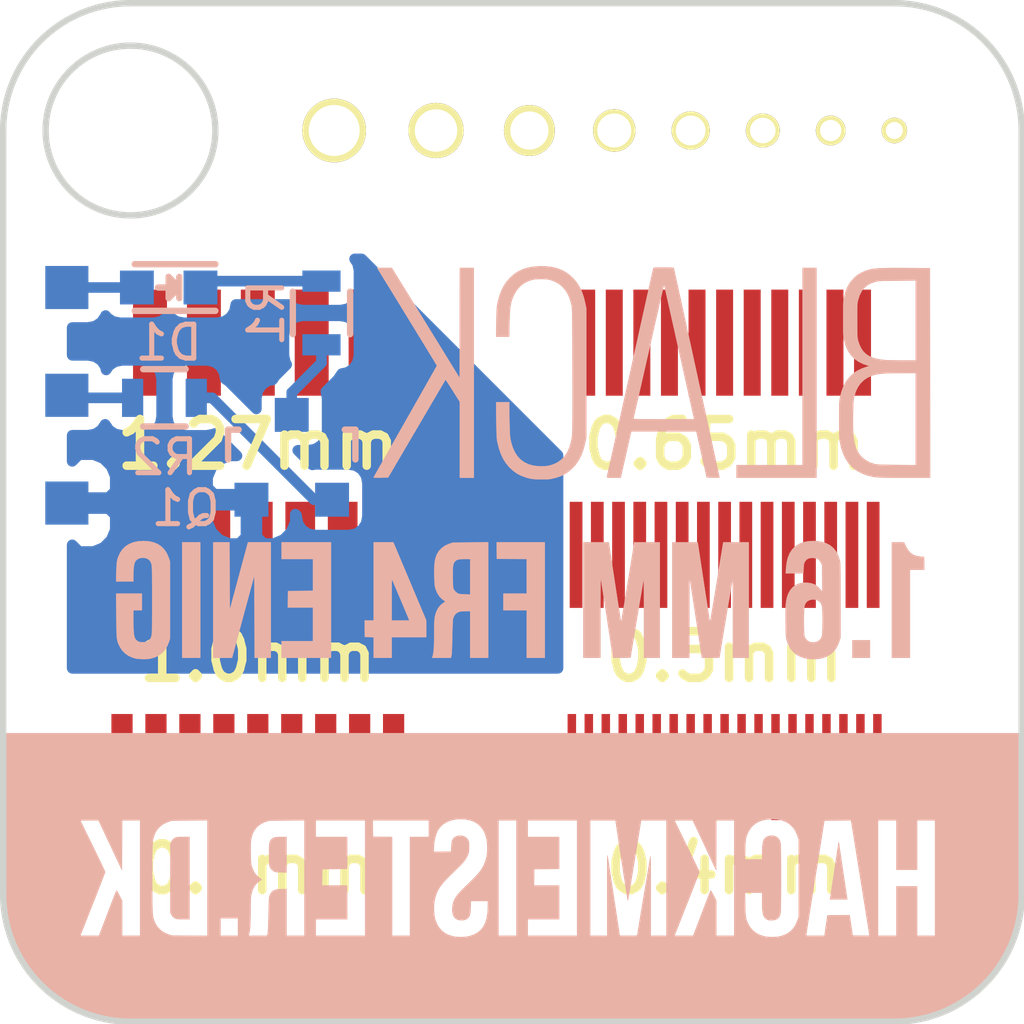
<source format=kicad_pcb>
(kicad_pcb (version 4) (host pcbnew "(2016-05-05 BZR 6775)-product")

  (general
    (links 0)
    (no_connects 0)
    (area 87.924999 87.924999 112.075001 112.075001)
    (thickness 1.6)
    (drawings 19)
    (tracks 13)
    (zones 0)
    (modules 22)
    (nets 7)
  )

  (page A4)
  (layers
    (0 F.Cu signal)
    (31 B.Cu signal)
    (32 B.Adhes user)
    (33 F.Adhes user)
    (34 B.Paste user)
    (35 F.Paste user)
    (36 B.SilkS user)
    (37 F.SilkS user)
    (38 B.Mask user)
    (39 F.Mask user)
    (40 Dwgs.User user hide)
    (41 Cmts.User user)
    (42 Eco1.User user)
    (43 Eco2.User user)
    (44 Edge.Cuts user)
    (45 Margin user)
    (46 B.CrtYd user)
    (47 F.CrtYd user)
    (48 B.Fab user)
    (49 F.Fab user)
  )

  (setup
    (last_trace_width 0.25)
    (user_trace_width 0.1524)
    (user_trace_width 0.1778)
    (user_trace_width 0.2032)
    (user_trace_width 0.254)
    (user_trace_width 0.508)
    (user_trace_width 0.762)
    (user_trace_width 0.9906)
    (user_trace_width 1.4986)
    (trace_clearance 0.1524)
    (zone_clearance 0.3)
    (zone_45_only no)
    (trace_min 0.1524)
    (segment_width 0.2)
    (edge_width 0.15)
    (via_size 0.6)
    (via_drill 0.4)
    (via_min_size 0.4)
    (via_min_drill 0.3)
    (uvia_size 0.3)
    (uvia_drill 0.1)
    (uvias_allowed no)
    (uvia_min_size 0.2)
    (uvia_min_drill 0.1)
    (pcb_text_width 0.3)
    (pcb_text_size 1.5 1.5)
    (mod_edge_width 0.15)
    (mod_text_size 1 1)
    (mod_text_width 0.15)
    (pad_size 0.6 0.6)
    (pad_drill 0.4)
    (pad_to_mask_clearance 0.2)
    (aux_axis_origin 0 0)
    (visible_elements FFFFFF7F)
    (pcbplotparams
      (layerselection 0x00030_ffffffff)
      (usegerberextensions false)
      (excludeedgelayer true)
      (linewidth 0.100000)
      (plotframeref false)
      (viasonmask false)
      (mode 1)
      (useauxorigin false)
      (hpglpennumber 1)
      (hpglpenspeed 20)
      (hpglpendiameter 15)
      (psnegative false)
      (psa4output false)
      (plotreference true)
      (plotvalue true)
      (plotinvisibletext false)
      (padsonsilk false)
      (subtractmaskfromsilk false)
      (outputformat 1)
      (mirror false)
      (drillshape 1)
      (scaleselection 1)
      (outputdirectory ""))
  )

  (net 0 "")
  (net 1 VCC)
  (net 2 "Net-(D1-Pad1)")
  (net 3 "Net-(P1-Pad1)")
  (net 4 GND)
  (net 5 "Net-(Q1-Pad1)")
  (net 6 "Net-(Q1-Pad3)")

  (net_class Default "This is the default net class."
    (clearance 0.1524)
    (trace_width 0.25)
    (via_dia 0.6)
    (via_drill 0.4)
    (uvia_dia 0.3)
    (uvia_drill 0.1)
    (add_net GND)
    (add_net "Net-(D1-Pad1)")
    (add_net "Net-(P1-Pad1)")
    (add_net "Net-(Q1-Pad1)")
    (add_net "Net-(Q1-Pad3)")
    (add_net VCC)
  )

  (module Connectors:PTH_Proto_pad (layer F.Cu) (tedit 57AE2A97) (tstamp 57B91ABD)
    (at 109 91)
    (fp_text reference REF** (at 0 2.286) (layer F.SilkS) hide
      (effects (font (size 1 1) (thickness 0.15)))
    )
    (fp_text value PTH_Proto_pad (at 0 -2.286) (layer F.Fab) hide
      (effects (font (size 1 1) (thickness 0.15)))
    )
    (pad 1 thru_hole circle (at 0 0) (size 0.6 0.6) (drill 0.4) (layers *.Cu *.Mask F.SilkS))
  )

  (module Connectors:PTH_Proto_pad (layer F.Cu) (tedit 57AE2A8C) (tstamp 57B91AB9)
    (at 107.5 91)
    (fp_text reference REF** (at 0 2.286) (layer F.SilkS) hide
      (effects (font (size 1 1) (thickness 0.15)))
    )
    (fp_text value PTH_Proto_pad (at 0 -2.286) (layer F.Fab) hide
      (effects (font (size 1 1) (thickness 0.15)))
    )
    (pad 1 thru_hole circle (at 0 0) (size 0.7 0.7) (drill 0.5) (layers *.Cu *.Mask F.SilkS))
  )

  (module Connectors:PTH_Proto_pad (layer F.Cu) (tedit 57AE2A6D) (tstamp 57B91AB5)
    (at 105.9 91)
    (fp_text reference REF** (at 0 2.286) (layer F.SilkS) hide
      (effects (font (size 1 1) (thickness 0.15)))
    )
    (fp_text value PTH_Proto_pad (at 0 -2.286) (layer F.Fab) hide
      (effects (font (size 1 1) (thickness 0.15)))
    )
    (pad 1 thru_hole circle (at 0 0) (size 0.8 0.8) (drill 0.6) (layers *.Cu *.Mask F.SilkS))
  )

  (module Connectors:PTH_Proto_pad (layer F.Cu) (tedit 57AE2A5F) (tstamp 57B91AB1)
    (at 104.2 91)
    (fp_text reference REF** (at 0 2.286) (layer F.SilkS) hide
      (effects (font (size 1 1) (thickness 0.15)))
    )
    (fp_text value PTH_Proto_pad (at 0 -2.286) (layer F.Fab) hide
      (effects (font (size 1 1) (thickness 0.15)))
    )
    (pad 1 thru_hole circle (at 0 0) (size 0.9 0.9) (drill 0.7) (layers *.Cu *.Mask F.SilkS))
  )

  (module Connectors:PTH_Proto_pad (layer F.Cu) (tedit 57AE2A53) (tstamp 57B91AAD)
    (at 102.4 91)
    (fp_text reference REF** (at 0 2.286) (layer F.SilkS) hide
      (effects (font (size 1 1) (thickness 0.15)))
    )
    (fp_text value PTH_Proto_pad (at 0 -2.286) (layer F.Fab) hide
      (effects (font (size 1 1) (thickness 0.15)))
    )
    (pad 1 thru_hole circle (at 0 0) (size 1 1) (drill 0.8) (layers *.Cu *.Mask F.SilkS))
  )

  (module Connectors:PTH_Proto_pad (layer F.Cu) (tedit 57AE2A42) (tstamp 57B91AA9)
    (at 100.4 91)
    (fp_text reference REF** (at 0 2.286) (layer F.SilkS) hide
      (effects (font (size 1 1) (thickness 0.15)))
    )
    (fp_text value PTH_Proto_pad (at 0 -2.286) (layer F.Fab) hide
      (effects (font (size 1 1) (thickness 0.15)))
    )
    (pad 1 thru_hole circle (at 0 0) (size 1.2 1.2) (drill 0.9) (layers *.Cu *.Mask F.SilkS))
  )

  (module Connectors:PTH_Proto_pad (layer F.Cu) (tedit 57AE2A24) (tstamp 57B91AA5)
    (at 98.2 91)
    (fp_text reference REF** (at 0 2.286) (layer F.SilkS) hide
      (effects (font (size 1 1) (thickness 0.15)))
    )
    (fp_text value PTH_Proto_pad (at 0 -2.286) (layer F.Fab) hide
      (effects (font (size 1 1) (thickness 0.15)))
    )
    (pad 1 thru_hole circle (at 0 0) (size 1.3 1.3) (drill 1) (layers *.Cu *.Mask F.SilkS))
  )

  (module Connectors:Small_SMD_Proto_Pad (layer B.Cu) (tedit 57ADB3CE) (tstamp 57B74579)
    (at 89.5 97.24)
    (path /57AE27F8)
    (fp_text reference P1 (at 0 -1.905) (layer B.SilkS) hide
      (effects (font (size 1 1) (thickness 0.15)) (justify mirror))
    )
    (fp_text value CONN_01X01 (at 0 1.905) (layer B.Fab) hide
      (effects (font (size 1 1) (thickness 0.15)) (justify mirror))
    )
    (pad 1 smd rect (at 0 0) (size 1.016 1.016) (layers B.Cu B.Paste B.Mask)
      (net 3 "Net-(P1-Pad1)"))
  )

  (module Connectors:Small_SMD_Proto_Pad (layer B.Cu) (tedit 57ADB3CE) (tstamp 57B7457E)
    (at 89.5 94.7)
    (path /57AE2A64)
    (fp_text reference P2 (at 0 -1.905) (layer B.SilkS) hide
      (effects (font (size 1 1) (thickness 0.15)) (justify mirror))
    )
    (fp_text value CONN_01X01 (at 0 1.905) (layer B.Fab) hide
      (effects (font (size 1 1) (thickness 0.15)) (justify mirror))
    )
    (pad 1 smd rect (at 0 0) (size 1.016 1.016) (layers B.Cu B.Paste B.Mask)
      (net 1 VCC))
  )

  (module Connectors:Small_SMD_Proto_Pad (layer B.Cu) (tedit 57ADB3CE) (tstamp 57B74583)
    (at 89.5 99.78)
    (path /57AE2ABA)
    (fp_text reference P3 (at 0 -1.905) (layer B.SilkS) hide
      (effects (font (size 1 1) (thickness 0.15)) (justify mirror))
    )
    (fp_text value CONN_01X01 (at 0 1.905) (layer B.Fab) hide
      (effects (font (size 1 1) (thickness 0.15)) (justify mirror))
    )
    (pad 1 smd rect (at 0 0) (size 1.016 1.016) (layers B.Cu B.Paste B.Mask)
      (net 4 GND))
  )

  (module TO_SOT_Packages_SMD:SOT-23 (layer B.Cu) (tedit 57AE412B) (tstamp 57B74593)
    (at 94.8 98.7 180)
    (descr "SOT-23, Standard")
    (tags SOT-23)
    (path /57AE2531)
    (attr smd)
    (fp_text reference Q1 (at 2.5 -1.2 180) (layer B.SilkS)
      (effects (font (size 0.8 0.8) (thickness 0.12)) (justify mirror))
    )
    (fp_text value BC817-40 (at 0 -2.3 180) (layer B.Fab) hide
      (effects (font (size 1 1) (thickness 0.15)) (justify mirror))
    )
    (fp_line (start -1.65 1.6) (end 1.65 1.6) (layer B.CrtYd) (width 0.05))
    (fp_line (start 1.65 1.6) (end 1.65 -1.6) (layer B.CrtYd) (width 0.05))
    (fp_line (start 1.65 -1.6) (end -1.65 -1.6) (layer B.CrtYd) (width 0.05))
    (fp_line (start -1.65 -1.6) (end -1.65 1.6) (layer B.CrtYd) (width 0.05))
    (fp_line (start 1.29916 0.65024) (end 1.2509 0.65024) (layer B.SilkS) (width 0.15))
    (fp_line (start -1.49982 -0.0508) (end -1.49982 0.65024) (layer B.SilkS) (width 0.15))
    (fp_line (start -1.49982 0.65024) (end -1.2509 0.65024) (layer B.SilkS) (width 0.15))
    (fp_line (start 1.29916 0.65024) (end 1.49982 0.65024) (layer B.SilkS) (width 0.15))
    (fp_line (start 1.49982 0.65024) (end 1.49982 -0.0508) (layer B.SilkS) (width 0.15))
    (pad 1 smd rect (at -0.95 -1.00076 180) (size 0.8001 0.8001) (layers B.Cu B.Paste B.Mask)
      (net 5 "Net-(Q1-Pad1)"))
    (pad 2 smd rect (at 0.95 -1.00076 180) (size 0.8001 0.8001) (layers B.Cu B.Paste B.Mask)
      (net 4 GND))
    (pad 3 smd rect (at 0 0.99822 180) (size 0.8001 0.8001) (layers B.Cu B.Paste B.Mask)
      (net 6 "Net-(Q1-Pad3)"))
    (model TO_SOT_Packages_SMD.3dshapes/SOT-23.wrl
      (at (xyz 0 0 0))
      (scale (xyz 1 1 1))
      (rotate (xyz 0 0 0))
    )
  )

  (module Connectors:PTH_Proto_pad (layer F.Cu) (tedit 57AE2A00) (tstamp 57B91A94)
    (at 95.8 91)
    (fp_text reference REF** (at 0 2.286) (layer F.SilkS) hide
      (effects (font (size 1 1) (thickness 0.15)))
    )
    (fp_text value PTH_Proto_pad (at 0 -2.286) (layer F.Fab) hide
      (effects (font (size 1 1) (thickness 0.15)))
    )
    (pad 1 thru_hole circle (at 0 0) (size 1.5 1.5) (drill 1.2) (layers *.Cu *.Mask F.SilkS))
  )

  (module Aesthetics:Sample-Black-1.6mm-fr4-enig (layer B.Cu) (tedit 0) (tstamp 57B004E8)
    (at 100 102.6 180)
    (fp_text reference G*** (at 0 0 180) (layer B.SilkS) hide
      (effects (font (thickness 0.3)) (justify mirror))
    )
    (fp_text value LOGO (at 0.75 0 180) (layer B.SilkS) hide
      (effects (font (thickness 0.3)) (justify mirror))
    )
    (fp_poly (pts (xy 11.998814 -4.654021) (xy 11.995513 -6.704542) (xy 11.97155 -6.851722) (xy 11.919813 -7.107122)
      (xy 11.849344 -7.353246) (xy 11.760306 -7.589667) (xy 11.652866 -7.815957) (xy 11.52719 -8.03169)
      (xy 11.495318 -8.080375) (xy 11.406374 -8.207559) (xy 11.316975 -8.322725) (xy 11.221581 -8.432501)
      (xy 11.114655 -8.543515) (xy 11.079471 -8.57808) (xy 10.893922 -8.744788) (xy 10.699112 -8.893142)
      (xy 10.49433 -9.023501) (xy 10.278868 -9.136223) (xy 10.052017 -9.231665) (xy 9.813068 -9.310185)
      (xy 9.561311 -9.372142) (xy 9.471059 -9.389794) (xy 9.339791 -9.413844) (xy 0.037041 -9.415441)
      (xy -0.505386 -9.41553) (xy -1.027039 -9.415608) (xy -1.528311 -9.415674) (xy -2.009595 -9.415727)
      (xy -2.471284 -9.415768) (xy -2.913772 -9.415794) (xy -3.33745 -9.415807) (xy -3.742712 -9.415804)
      (xy -4.12995 -9.415787) (xy -4.499559 -9.415753) (xy -4.85193 -9.415704) (xy -5.187456 -9.415637)
      (xy -5.506531 -9.415553) (xy -5.809547 -9.41545) (xy -6.096897 -9.415329) (xy -6.368974 -9.415189)
      (xy -6.626172 -9.41503) (xy -6.868882 -9.41485) (xy -7.097499 -9.414649) (xy -7.312414 -9.414427)
      (xy -7.514021 -9.414183) (xy -7.702713 -9.413916) (xy -7.878883 -9.413627) (xy -8.042923 -9.413314)
      (xy -8.195226 -9.412977) (xy -8.336186 -9.412616) (xy -8.466195 -9.412229) (xy -8.585647 -9.411816)
      (xy -8.694933 -9.411378) (xy -8.794448 -9.410912) (xy -8.884584 -9.410419) (xy -8.965733 -9.409898)
      (xy -9.038289 -9.409349) (xy -9.102646 -9.40877) (xy -9.159195 -9.408162) (xy -9.208329 -9.407524)
      (xy -9.250442 -9.406855) (xy -9.285926 -9.406155) (xy -9.315175 -9.405424) (xy -9.338581 -9.40466)
      (xy -9.356538 -9.403863) (xy -9.369437 -9.403032) (xy -9.376834 -9.402285) (xy -9.612579 -9.362104)
      (xy -9.838923 -9.304953) (xy -10.059714 -9.22964) (xy -10.2788 -9.134971) (xy -10.345256 -9.102373)
      (xy -10.566048 -8.979516) (xy -10.773866 -8.840306) (xy -10.968019 -8.685628) (xy -11.14782 -8.516366)
      (xy -11.312579 -8.333403) (xy -11.461607 -8.137623) (xy -11.594216 -7.929911) (xy -11.709717 -7.711149)
      (xy -11.80742 -7.482222) (xy -11.886637 -7.244014) (xy -11.931982 -7.06662) (xy -11.9394 -7.034022)
      (xy -11.946215 -7.004499) (xy -11.952455 -6.977086) (xy -11.958147 -6.950824) (xy -11.963316 -6.924751)
      (xy -11.967991 -6.897904) (xy -11.972196 -6.869322) (xy -11.97596 -6.838044) (xy -11.979309 -6.803108)
      (xy -11.982269 -6.763552) (xy -11.984868 -6.718414) (xy -11.987131 -6.666734) (xy -11.989086 -6.607548)
      (xy -11.99076 -6.539896) (xy -11.992178 -6.462816) (xy -11.993369 -6.375347) (xy -11.994358 -6.276526)
      (xy -11.995172 -6.165392) (xy -11.995837 -6.040983) (xy -11.996382 -5.902338) (xy -11.996832 -5.748496)
      (xy -11.997213 -5.578493) (xy -11.997554 -5.391369) (xy -11.997879 -5.186163) (xy -11.998217 -4.961912)
      (xy -11.998594 -4.717654) (xy -11.998679 -4.664604) (xy -11.998691 -4.656667) (xy -9.958917 -4.656667)
      (xy -9.958917 -7.376584) (xy -9.535584 -7.376584) (xy -9.535584 -6.212417) (xy -9.04875 -6.212417)
      (xy -9.04875 -7.376584) (xy -8.614834 -7.376584) (xy -8.614834 -7.370588) (xy -8.41375 -7.370588)
      (xy -8.403715 -7.372469) (xy -8.375794 -7.37383) (xy -8.33326 -7.37461) (xy -8.279389 -7.374752)
      (xy -8.217455 -7.374195) (xy -8.215771 -7.374171) (xy -8.017791 -7.371292) (xy -7.999714 -7.249584)
      (xy -7.989962 -7.184092) (xy -7.978904 -7.110087) (xy -7.968299 -7.039331) (xy -7.963684 -7.00863)
      (xy -7.945731 -6.889386) (xy -7.685035 -6.892214) (xy -7.42434 -6.895042) (xy -7.401213 -7.0485)
      (xy -7.391642 -7.112365) (xy -7.381971 -7.177508) (xy -7.373238 -7.236898) (xy -7.366481 -7.283508)
      (xy -7.365658 -7.289271) (xy -7.353231 -7.376584) (xy -7.137366 -7.376584) (xy -7.064413 -7.376459)
      (xy -7.009959 -7.375934) (xy -6.971338 -7.374778) (xy -6.945884 -7.372762) (xy -6.93093 -7.369658)
      (xy -6.923809 -7.365236) (xy -6.921855 -7.359266) (xy -6.921845 -7.358063) (xy -6.923533 -7.345496)
      (xy -6.928376 -7.313288) (xy -6.936176 -7.2627) (xy -6.946733 -7.194989) (xy -6.959849 -7.111414)
      (xy -6.975324 -7.013235) (xy -6.99296 -6.901709) (xy -7.012556 -6.778097) (xy -7.033915 -6.643657)
      (xy -7.056836 -6.499647) (xy -7.081121 -6.347327) (xy -7.106571 -6.187955) (xy -7.132987 -6.022791)
      (xy -7.136515 -6.00075) (xy -7.279681 -5.106459) (xy -6.746875 -5.106459) (xy -6.746875 -6.926792)
      (xy -6.717885 -7.012288) (xy -6.673393 -7.1171) (xy -6.616353 -7.205089) (xy -6.54602 -7.276901)
      (xy -6.461648 -7.333184) (xy -6.36249 -7.374587) (xy -6.275121 -7.396827) (xy -6.224164 -7.403283)
      (xy -6.159867 -7.406326) (xy -6.089764 -7.406056) (xy -6.021387 -7.402573) (xy -5.962271 -7.395976)
      (xy -5.942542 -7.392412) (xy -5.838681 -7.36096) (xy -5.745766 -7.313192) (xy -5.6657 -7.250522)
      (xy -5.600389 -7.174367) (xy -5.562619 -7.110042) (xy -5.541848 -7.066116) (xy -5.52537 -7.026715)
      (xy -5.512636 -6.988486) (xy -5.503099 -6.948072) (xy -5.496212 -6.902116) (xy -5.491427 -6.847263)
      (xy -5.488196 -6.780157) (xy -5.485972 -6.697441) (xy -5.484797 -6.633104) (xy -5.480325 -6.360584)
      (xy -5.884334 -6.360584) (xy -5.884543 -6.553729) (xy -5.885594 -6.657013) (xy -5.888872 -6.741541)
      (xy -5.894939 -6.809657) (xy -5.904355 -6.863706) (xy -5.917679 -6.906034) (xy -5.935472 -6.938984)
      (xy -5.958294 -6.964901) (xy -5.986705 -6.98613) (xy -5.988055 -6.98697) (xy -6.014592 -7.000494)
      (xy -6.043987 -7.007972) (xy -6.083674 -7.010922) (xy -6.106606 -7.011177) (xy -6.177296 -7.004394)
      (xy -6.232802 -6.983338) (xy -6.274471 -6.946959) (xy -6.303646 -6.894206) (xy -6.317456 -6.846509)
      (xy -6.320005 -6.823326) (xy -6.322234 -6.779105) (xy -6.324142 -6.713971) (xy -6.325728 -6.628052)
      (xy -6.32699 -6.521473) (xy -6.327926 -6.394361) (xy -6.328535 -6.246842) (xy -6.328814 -6.079041)
      (xy -6.328834 -6.016625) (xy -6.328668 -5.841874) (xy -6.328173 -5.687361) (xy -6.327349 -5.553211)
      (xy -6.326199 -5.439552) (xy -6.324724 -5.346508) (xy -6.322927 -5.274207) (xy -6.320808 -5.222775)
      (xy -6.318369 -5.192338) (xy -6.317456 -5.186741) (xy -6.305782 -5.147368) (xy -6.289724 -5.11044)
      (xy -6.282975 -5.098908) (xy -6.244594 -5.058883) (xy -6.194542 -5.032112) (xy -6.137498 -5.018611)
      (xy -6.078146 -5.018395) (xy -6.021166 -5.031481) (xy -5.97124 -5.057885) (xy -5.933049 -5.097622)
      (xy -5.932987 -5.097715) (xy -5.91528 -5.132963) (xy -5.901915 -5.179799) (xy -5.892566 -5.24046)
      (xy -5.886911 -5.317187) (xy -5.884623 -5.412218) (xy -5.884543 -5.431896) (xy -5.884334 -5.577417)
      (xy -5.480062 -5.577417) (xy -5.484842 -5.352521) (xy -5.48726 -5.263081) (xy -5.490765 -5.19087)
      (xy -5.496072 -5.131952) (xy -5.503892 -5.082392) (xy -5.514938 -5.038256) (xy -5.529924 -4.995607)
      (xy -5.549561 -4.950512) (xy -5.562619 -4.923208) (xy -5.616396 -4.836083) (xy -5.685232 -4.763502)
      (xy -5.768496 -4.705802) (xy -5.865554 -4.663321) (xy -5.892795 -4.656667) (xy -5.228167 -4.656667)
      (xy -5.228167 -7.376584) (xy -4.804834 -7.376584) (xy -4.804834 -6.550555) (xy -4.766501 -6.47409)
      (xy -4.744025 -6.430233) (xy -4.721026 -6.386928) (xy -4.702258 -6.353112) (xy -4.701286 -6.351435)
      (xy -4.685215 -6.324691) (xy -4.675739 -6.314139) (xy -4.668877 -6.317636) (xy -4.662022 -6.330268)
      (xy -4.655927 -6.344806) (xy -4.643069 -6.377163) (xy -4.624209 -6.425373) (xy -4.600107 -6.487471)
      (xy -4.571523 -6.561491) (xy -4.539218 -6.645467) (xy -4.503952 -6.737433) (xy -4.466485 -6.835425)
      (xy -4.454839 -6.865938) (xy -4.260038 -7.376584) (xy -4.040311 -7.376584) (xy -3.9747 -7.376385)
      (xy -3.916903 -7.375829) (xy -3.870029 -7.374978) (xy -3.837187 -7.373894) (xy -3.821487 -7.372636)
      (xy -3.820584 -7.372243) (xy -3.824372 -7.361943) (xy -3.835335 -7.33349) (xy -3.852872 -7.288415)
      (xy -3.876382 -7.228252) (xy -3.905264 -7.154534) (xy -3.938917 -7.068792) (xy -3.976739 -6.97256)
      (xy -4.01813 -6.867371) (xy -4.062488 -6.754756) (xy -4.109212 -6.63625) (xy -4.112166 -6.628763)
      (xy -4.159102 -6.509611) (xy -4.203727 -6.395993) (xy -4.245434 -6.289471) (xy -4.283618 -6.19161)
      (xy -4.317672 -6.103973) (xy -4.34699 -6.028125) (xy -4.370967 -5.965629) (xy -4.388995 -5.918049)
      (xy -4.40047 -5.886949) (xy -4.404784 -5.873891) (xy -4.4048 -5.87375) (xy -4.400437 -5.861685)
      (xy -4.387493 -5.8323) (xy -4.36676 -5.787253) (xy -4.339027 -5.728205) (xy -4.305083 -5.656814)
      (xy -4.265719 -5.574741) (xy -4.221724 -5.483644) (xy -4.173889 -5.385183) (xy -4.123001 -5.281017)
      (xy -4.113219 -5.261056) (xy -4.061919 -5.156374) (xy -4.013482 -5.057418) (xy -3.968694 -4.965806)
      (xy -3.928345 -4.883156) (xy -3.893223 -4.811087) (xy -3.864117 -4.751216) (xy -3.841814 -4.705162)
      (xy -3.827104 -4.674543) (xy -3.820775 -4.660978) (xy -3.820584 -4.660452) (xy -3.830642 -4.65931)
      (xy -3.858719 -4.65831) (xy -3.901664 -4.657507) (xy -3.95633 -4.656956) (xy -4.019568 -4.656712)
      (xy -4.034896 -4.656705) (xy -4.249209 -4.656743) (xy -4.524375 -5.240996) (xy -4.799542 -5.825249)
      (xy -4.802278 -5.240958) (xy -4.805013 -4.656667) (xy -3.630084 -4.656667) (xy -3.630084 -7.376584)
      (xy -3.259667 -7.376584) (xy -3.259667 -6.438195) (xy -3.259611 -6.299416) (xy -3.259447 -6.166944)
      (xy -3.259185 -6.042273) (xy -3.258831 -5.926897) (xy -3.258395 -5.82231) (xy -3.257884 -5.730005)
      (xy -3.257308 -5.651476) (xy -3.256673 -5.588218) (xy -3.255988 -5.541723) (xy -3.255262 -5.513486)
      (xy -3.254543 -5.50493) (xy -3.252284 -5.515649) (xy -3.246871 -5.545439) (xy -3.238607 -5.592488)
      (xy -3.227795 -5.654985) (xy -3.214739 -5.73112) (xy -3.199743 -5.819079) (xy -3.18311 -5.917053)
      (xy -3.165145 -6.02323) (xy -3.146149 -6.135798) (xy -3.126428 -6.252947) (xy -3.106286 -6.372864)
      (xy -3.086024 -6.493738) (xy -3.065948 -6.613759) (xy -3.046361 -6.731114) (xy -3.027566 -6.843993)
      (xy -3.009867 -6.950584) (xy -2.993568 -7.049076) (xy -2.978972 -7.137657) (xy -2.966383 -7.214516)
      (xy -2.956106 -7.277842) (xy -2.948442 -7.325823) (xy -2.943696 -7.356648) (xy -2.942167 -7.368381)
      (xy -2.93212 -7.370907) (xy -2.904118 -7.373117) (xy -2.861376 -7.374885) (xy -2.807104 -7.37608)
      (xy -2.744515 -7.376577) (xy -2.736272 -7.376584) (xy -2.530376 -7.376584) (xy -2.52438 -7.342188)
      (xy -2.521918 -7.326727) (xy -2.516526 -7.291917) (xy -2.508444 -7.239337) (xy -2.497914 -7.170567)
      (xy -2.485177 -7.087184) (xy -2.470473 -6.990767) (xy -2.454043 -6.882896) (xy -2.436128 -6.76515)
      (xy -2.416968 -6.639107) (xy -2.396806 -6.506346) (xy -2.380336 -6.397817) (xy -2.35964 -6.261686)
      (xy -2.339781 -6.131618) (xy -2.320994 -6.009125) (xy -2.303515 -5.895721) (xy -2.28758 -5.792918)
      (xy -2.273426 -5.702228) (xy -2.261287 -5.625165) (xy -2.2514 -5.563241) (xy -2.244002 -5.517969)
      (xy -2.239327 -5.490861) (xy -2.237686 -5.483241) (xy -2.237009 -5.492887) (xy -2.236361 -5.522213)
      (xy -2.235752 -5.569732) (xy -2.235186 -5.633957) (xy -2.234673 -5.713403) (xy -2.234218 -5.806582)
      (xy -2.23383 -5.912008) (xy -2.233515 -6.028194) (xy -2.233281 -6.153653) (xy -2.233135 -6.286899)
      (xy -2.233084 -6.426445) (xy -2.233084 -7.376584) (xy -1.830917 -7.376584) (xy -1.830917 -4.656667)
      (xy -1.524 -4.656667) (xy -1.524 -7.376584) (xy -0.359834 -7.376584) (xy -0.359834 -6.985)
      (xy -1.100667 -6.985) (xy -1.100667 -6.19125) (xy -0.507523 -6.19125) (xy -0.510408 -5.998104)
      (xy -0.513292 -5.804959) (xy -0.80698 -5.802145) (xy -1.100667 -5.799332) (xy -1.100667 -5.04825)
      (xy -0.359834 -5.04825) (xy -0.359834 -4.656667) (xy -0.09525 -4.656667) (xy -0.09525 -7.376584)
      (xy 0.328083 -7.376584) (xy 0.328083 -6.556375) (xy 0.576791 -6.556375) (xy 0.579046 -6.715125)
      (xy 0.587322 -6.853269) (xy 0.608261 -6.974757) (xy 0.642278 -7.080196) (xy 0.689789 -7.170193)
      (xy 0.75121 -7.245356) (xy 0.826955 -7.306292) (xy 0.91744 -7.353608) (xy 1.023081 -7.387911)
      (xy 1.042458 -7.392466) (xy 1.102379 -7.401574) (xy 1.175003 -7.406156) (xy 1.252353 -7.406214)
      (xy 1.326455 -7.401751) (xy 1.389336 -7.392769) (xy 1.391404 -7.392337) (xy 1.439248 -7.377901)
      (xy 7.186083 -7.377901) (xy 7.60677 -7.374306) (xy 8.027458 -7.37071) (xy 8.112125 -7.341829)
      (xy 8.209835 -7.299093) (xy 8.292371 -7.242409) (xy 8.360284 -7.171121) (xy 8.414124 -7.08457)
      (xy 8.454442 -6.982098) (xy 8.472754 -6.910917) (xy 8.475758 -6.885911) (xy 8.478454 -6.841803)
      (xy 8.480843 -6.780656) (xy 8.482924 -6.704533) (xy 8.484697 -6.615496) (xy 8.486162 -6.515607)
      (xy 8.48732 -6.40693) (xy 8.48817 -6.291527) (xy 8.488712 -6.171461) (xy 8.488946 -6.048794)
      (xy 8.488872 -5.925589) (xy 8.488491 -5.803909) (xy 8.487802 -5.685816) (xy 8.486805 -5.573372)
      (xy 8.4855 -5.468642) (xy 8.483887 -5.373686) (xy 8.481967 -5.290568) (xy 8.479739 -5.221351)
      (xy 8.477203 -5.168097) (xy 8.474359 -5.132869) (xy 8.472754 -5.122334) (xy 8.445313 -5.022146)
      (xy 8.408411 -4.937104) (xy 8.362424 -4.865648) (xy 8.296123 -4.794326) (xy 8.216529 -4.737823)
      (xy 8.12162 -4.694735) (xy 8.112125 -4.691422) (xy 8.027458 -4.66254) (xy 7.60677 -4.658945)
      (xy 7.340273 -4.656667) (xy 8.773583 -4.656667) (xy 8.773583 -7.376584) (xy 9.196916 -7.376584)
      (xy 9.196916 -6.550555) (xy 9.235249 -6.47409) (xy 9.257725 -6.430233) (xy 9.280724 -6.386928)
      (xy 9.299492 -6.353112) (xy 9.300464 -6.351435) (xy 9.316535 -6.324691) (xy 9.326011 -6.314139)
      (xy 9.332873 -6.317636) (xy 9.339728 -6.330268) (xy 9.345823 -6.344806) (xy 9.358681 -6.377163)
      (xy 9.377541 -6.425373) (xy 9.401643 -6.487471) (xy 9.430227 -6.561491) (xy 9.462532 -6.645467)
      (xy 9.497798 -6.737433) (xy 9.535265 -6.835425) (xy 9.546911 -6.865938) (xy 9.741712 -7.376584)
      (xy 9.961439 -7.376584) (xy 10.02705 -7.376385) (xy 10.084847 -7.375829) (xy 10.131721 -7.374978)
      (xy 10.164563 -7.373894) (xy 10.180263 -7.372636) (xy 10.181166 -7.372243) (xy 10.177378 -7.361943)
      (xy 10.166415 -7.33349) (xy 10.148878 -7.288415) (xy 10.125368 -7.228252) (xy 10.096486 -7.154534)
      (xy 10.062833 -7.068792) (xy 10.025011 -6.97256) (xy 9.98362 -6.867371) (xy 9.939262 -6.754756)
      (xy 9.892538 -6.63625) (xy 9.889584 -6.628763) (xy 9.842648 -6.509611) (xy 9.798023 -6.395993)
      (xy 9.756316 -6.289471) (xy 9.718132 -6.19161) (xy 9.684078 -6.103973) (xy 9.65476 -6.028125)
      (xy 9.630783 -5.965629) (xy 9.612755 -5.918049) (xy 9.60128 -5.886949) (xy 9.596966 -5.873891)
      (xy 9.59695 -5.87375) (xy 9.601313 -5.861685) (xy 9.614257 -5.8323) (xy 9.63499 -5.787253)
      (xy 9.662723 -5.728205) (xy 9.696667 -5.656814) (xy 9.736031 -5.574741) (xy 9.780026 -5.483644)
      (xy 9.827861 -5.385183) (xy 9.878749 -5.281017) (xy 9.888531 -5.261056) (xy 9.939831 -5.156374)
      (xy 9.988268 -5.057418) (xy 10.033056 -4.965806) (xy 10.073405 -4.883156) (xy 10.108527 -4.811087)
      (xy 10.137633 -4.751216) (xy 10.159936 -4.705162) (xy 10.174646 -4.674543) (xy 10.180975 -4.660978)
      (xy 10.181166 -4.660452) (xy 10.171108 -4.65931) (xy 10.143031 -4.65831) (xy 10.100086 -4.657507)
      (xy 10.04542 -4.656956) (xy 9.982182 -4.656712) (xy 9.966854 -4.656705) (xy 9.752541 -4.656743)
      (xy 9.477375 -5.240996) (xy 9.202208 -5.825249) (xy 9.199472 -5.240958) (xy 9.196737 -4.656667)
      (xy 8.773583 -4.656667) (xy 7.340273 -4.656667) (xy 7.186083 -4.655349) (xy 7.186083 -7.377901)
      (xy 1.439248 -7.377901) (xy 1.497383 -7.36036) (xy 1.5909 -7.312399) (xy 1.67073 -7.249362)
      (xy 1.735649 -7.17216) (xy 1.771631 -7.110042) (xy 1.801484 -7.042762) (xy 1.822771 -6.97844)
      (xy 1.836996 -6.910525) (xy 1.845666 -6.832467) (xy 1.849029 -6.773334) (xy 1.84954 -6.666007)
      (xy 1.840618 -6.57076) (xy 1.821131 -6.480201) (xy 1.789947 -6.386941) (xy 1.789833 -6.386644)
      (xy 1.77023 -6.339317) (xy 1.748296 -6.294307) (xy 1.722563 -6.249843) (xy 1.691563 -6.20415)
      (xy 1.653828 -6.155458) (xy 1.607889 -6.101991) (xy 1.55228 -6.041978) (xy 1.485532 -5.973646)
      (xy 1.406177 -5.895222) (xy 1.312747 -5.804932) (xy 1.290672 -5.783792) (xy 1.215576 -5.709031)
      (xy 1.155891 -5.642569) (xy 1.109217 -5.581265) (xy 1.073156 -5.521977) (xy 1.046076 -5.463493)
      (xy 1.034863 -5.431829) (xy 1.027621 -5.400249) (xy 1.023538 -5.362714) (xy 1.021803 -5.313186)
      (xy 1.02156 -5.281084) (xy 1.021856 -5.226849) (xy 1.023568 -5.188503) (xy 1.027512 -5.160777)
      (xy 1.034503 -5.1384) (xy 1.045356 -5.116103) (xy 1.04775 -5.11175) (xy 1.083759 -5.067515)
      (xy 1.132964 -5.036073) (xy 1.190842 -5.018641) (xy 1.252869 -5.016432) (xy 1.314521 -5.030662)
      (xy 1.328208 -5.036405) (xy 1.365805 -5.057158) (xy 1.393627 -5.082245) (xy 1.413295 -5.115182)
      (xy 1.42643 -5.159482) (xy 1.434653 -5.218662) (xy 1.438616 -5.275792) (xy 1.444625 -5.392209)
      (xy 1.852083 -5.397957) (xy 1.852083 -5.326014) (xy 1.846366 -5.214463) (xy 1.829964 -5.105909)
      (xy 1.803997 -5.005268) (xy 1.769586 -4.917455) (xy 1.750908 -4.882174) (xy 1.693273 -4.80436)
      (xy 1.619935 -4.739507) (xy 1.532504 -4.688399) (xy 1.445832 -4.656667) (xy 1.9685 -4.656667)
      (xy 1.9685 -5.04825) (xy 2.413 -5.04825) (xy 2.413 -7.376584) (xy 2.836333 -7.376584)
      (xy 2.836333 -5.048671) (xy 3.286125 -5.042959) (xy 3.289009 -4.849813) (xy 3.291894 -4.656667)
      (xy 3.471333 -4.656667) (xy 3.471333 -7.376584) (xy 4.6355 -7.376584) (xy 4.900083 -7.376584)
      (xy 5.323416 -7.376584) (xy 5.323416 -6.275917) (xy 5.426604 -6.275976) (xy 5.511488 -6.279584)
      (xy 5.57896 -6.291338) (xy 5.631726 -6.312798) (xy 5.672488 -6.34552) (xy 5.703951 -6.391063)
      (xy 5.728464 -6.449924) (xy 5.731135 -6.467732) (xy 5.733967 -6.504214) (xy 5.736853 -6.556878)
      (xy 5.739688 -6.623231) (xy 5.742366 -6.700783) (xy 5.744781 -6.787042) (xy 5.746828 -6.879516)
      (xy 5.746922 -6.884459) (xy 5.749676 -7.011034) (xy 5.752738 -7.116631) (xy 5.756116 -7.201434)
      (xy 5.759819 -7.265629) (xy 5.763856 -7.309402) (xy 5.767815 -7.331604) (xy 5.781074 -7.376584)
      (xy 6.220524 -7.376584) (xy 6.205005 -7.331604) (xy 6.19458 -7.288814) (xy 6.186035 -7.226182)
      (xy 6.179354 -7.143463) (xy 6.174523 -7.040411) (xy 6.172667 -6.963834) (xy 6.466416 -6.963834)
      (xy 6.466416 -7.376584) (xy 6.879166 -7.376584) (xy 6.879166 -6.963834) (xy 6.466416 -6.963834)
      (xy 6.172667 -6.963834) (xy 6.171526 -6.916779) (xy 6.170349 -6.772323) (xy 6.170333 -6.760796)
      (xy 6.169885 -6.663256) (xy 6.168648 -6.584186) (xy 6.166499 -6.520898) (xy 6.163315 -6.470706)
      (xy 6.158973 -6.430924) (xy 6.153818 -6.401062) (xy 6.123408 -6.296604) (xy 6.079567 -6.208451)
      (xy 6.022316 -6.13664) (xy 5.959007 -6.085796) (xy 5.905857 -6.05169) (xy 5.968591 -6.005507)
      (xy 6.034034 -5.946303) (xy 6.086221 -5.873932) (xy 6.126957 -5.785759) (xy 6.135009 -5.762625)
      (xy 6.144197 -5.733526) (xy 6.151223 -5.706839) (xy 6.156456 -5.67894) (xy 6.160263 -5.646204)
      (xy 6.163012 -5.605007) (xy 6.165071 -5.551723) (xy 6.166809 -5.482729) (xy 6.167681 -5.440767)
      (xy 6.168972 -5.338041) (xy 6.168119 -5.252921) (xy 6.164807 -5.181924) (xy 6.158722 -5.12157)
      (xy 6.149547 -5.068375) (xy 6.136969 -5.018858) (xy 6.126584 -4.986306) (xy 6.08565 -4.898256)
      (xy 6.027676 -4.822129) (xy 5.953807 -4.759014) (xy 5.865188 -4.710004) (xy 5.817243 -4.69164)
      (xy 5.730875 -4.662789) (xy 4.900083 -4.655143) (xy 4.900083 -7.376584) (xy 4.6355 -7.376584)
      (xy 4.6355 -6.985) (xy 3.894666 -6.985) (xy 3.894666 -6.19125) (xy 4.48781 -6.19125)
      (xy 4.484926 -5.998104) (xy 4.482041 -5.804959) (xy 4.188354 -5.802145) (xy 3.894666 -5.799332)
      (xy 3.894666 -5.04825) (xy 4.6355 -5.04825) (xy 4.6355 -4.656667) (xy 3.471333 -4.656667)
      (xy 3.291894 -4.656667) (xy 1.9685 -4.656667) (xy 1.445832 -4.656667) (xy 1.432592 -4.65182)
      (xy 1.321808 -4.630557) (xy 1.223327 -4.625101) (xy 1.098799 -4.632724) (xy 0.98885 -4.655295)
      (xy 0.892846 -4.693045) (xy 0.810153 -4.746205) (xy 0.757541 -4.795185) (xy 0.700644 -4.866504)
      (xy 0.656826 -4.944724) (xy 0.624834 -5.033147) (xy 0.603418 -5.135075) (xy 0.593007 -5.229233)
      (xy 0.589903 -5.36366) (xy 0.602489 -5.486932) (xy 0.631446 -5.602819) (xy 0.677452 -5.715089)
      (xy 0.682444 -5.725128) (xy 0.702947 -5.764038) (xy 0.724597 -5.800831) (xy 0.748981 -5.837317)
      (xy 0.777689 -5.875307) (xy 0.812307 -5.91661) (xy 0.854426 -5.963035) (xy 0.905632 -6.016392)
      (xy 0.967516 -6.078492) (xy 1.041665 -6.151143) (xy 1.129667 -6.236156) (xy 1.137999 -6.244167)
      (xy 1.219409 -6.325856) (xy 1.284287 -6.399341) (xy 1.334231 -6.467341) (xy 1.370842 -6.532573)
      (xy 1.395717 -6.597756) (xy 1.410457 -6.665605) (xy 1.415585 -6.71588) (xy 1.415348 -6.805138)
      (xy 1.402254 -6.877765) (xy 1.376008 -6.934162) (xy 1.33632 -6.974731) (xy 1.282895 -6.999871)
      (xy 1.215443 -7.009986) (xy 1.201208 -7.010243) (xy 1.140434 -7.006017) (xy 1.09362 -6.991945)
      (xy 1.055034 -6.965935) (xy 1.040517 -6.95161) (xy 1.02237 -6.928857) (xy 1.008872 -6.902701)
      (xy 0.999167 -6.86941) (xy 0.9924 -6.825254) (xy 0.987713 -6.766504) (xy 0.985017 -6.709834)
      (xy 0.978958 -6.556375) (xy 0.576791 -6.556375) (xy 0.328083 -6.556375) (xy 0.328083 -4.656667)
      (xy -0.09525 -4.656667) (xy -0.359834 -4.656667) (xy -1.524 -4.656667) (xy -1.830917 -4.656667)
      (xy -2.428875 -4.656673) (xy -2.571298 -5.598587) (xy -2.592291 -5.737015) (xy -2.612476 -5.869312)
      (xy -2.631621 -5.994004) (xy -2.649494 -6.109611) (xy -2.665861 -6.214657) (xy -2.68049 -6.307666)
      (xy -2.69315 -6.387159) (xy -2.703608 -6.451661) (xy -2.711631 -6.499694) (xy -2.716987 -6.52978)
      (xy -2.719444 -6.540444) (xy -2.719464 -6.540449) (xy -2.72197 -6.53024) (xy -2.727603 -6.500607)
      (xy -2.736115 -6.453026) (xy -2.747256 -6.388969) (xy -2.760777 -6.30991) (xy -2.776429 -6.217322)
      (xy -2.793963 -6.112679) (xy -2.813131 -5.997453) (xy -2.833683 -5.873118) (xy -2.855369 -5.741147)
      (xy -2.877942 -5.603014) (xy -2.878667 -5.598565) (xy -3.032125 -4.656731) (xy -3.331105 -4.656699)
      (xy -3.630084 -4.656667) (xy -4.805013 -4.656667) (xy -5.228167 -4.656667) (xy -5.892795 -4.656667)
      (xy -5.975776 -4.636398) (xy -6.098528 -4.62537) (xy -6.12037 -4.625101) (xy -6.246239 -4.633039)
      (xy -6.358673 -4.657316) (xy -6.457654 -4.69792) (xy -6.543164 -4.754839) (xy -6.615186 -4.828064)
      (xy -6.673704 -4.917581) (xy -6.717885 -5.020962) (xy -6.746875 -5.106459) (xy -7.279681 -5.106459)
      (xy -7.350841 -4.661959) (xy -7.978083 -4.656355) (xy -7.984281 -4.685615) (xy -7.986635 -4.699235)
      (xy -7.992049 -4.732068) (xy -8.00028 -4.782598) (xy -8.011087 -4.849312) (xy -8.024227 -4.930695)
      (xy -8.039458 -5.025233) (xy -8.056537 -5.131412) (xy -8.075223 -5.247717) (xy -8.095273 -5.372635)
      (xy -8.116446 -5.50465) (xy -8.138498 -5.642249) (xy -8.161188 -5.783917) (xy -8.184274 -5.928141)
      (xy -8.207512 -6.073405) (xy -8.230662 -6.218196) (xy -8.253481 -6.360999) (xy -8.275726 -6.500301)
      (xy -8.297155 -6.634586) (xy -8.317527 -6.76234) (xy -8.336599 -6.88205) (xy -8.354128 -6.992201)
      (xy -8.369873 -7.091278) (xy -8.383592 -7.177768) (xy -8.395041 -7.250156) (xy -8.40398 -7.306928)
      (xy -8.410165 -7.346569) (xy -8.413354 -7.367566) (xy -8.41375 -7.370588) (xy -8.614834 -7.370588)
      (xy -8.614834 -4.656667) (xy -9.04875 -4.656667) (xy -9.04875 -5.820834) (xy -9.535584 -5.820834)
      (xy -9.535584 -4.656667) (xy -9.958917 -4.656667) (xy -11.998691 -4.656667) (xy -12.002013 -2.6035)
      (xy 12.002114 -2.6035) (xy 11.998814 -4.654021)) (layer B.SilkS) (width 0.01))
    (fp_poly (pts (xy -6.960528 1.917801) (xy -6.847531 1.893719) (xy -6.748516 1.853749) (xy -6.663494 1.797902)
      (xy -6.592478 1.72619) (xy -6.535479 1.638625) (xy -6.492508 1.535218) (xy -6.463576 1.415982)
      (xy -6.448865 1.28393) (xy -6.442025 1.164166) (xy -6.855659 1.164166) (xy -6.859728 1.277937)
      (xy -6.862348 1.332227) (xy -6.866338 1.370959) (xy -6.872748 1.399737) (xy -6.88263 1.424169)
      (xy -6.8896 1.43721) (xy -6.920874 1.480786) (xy -6.958669 1.509134) (xy -7.007263 1.524432)
      (xy -7.069667 1.528862) (xy -7.136821 1.523809) (xy -7.188589 1.507559) (xy -7.228678 1.478058)
      (xy -7.26079 1.433253) (xy -7.268346 1.418728) (xy -7.297209 1.359958) (xy -7.300448 1.042697)
      (xy -7.303688 0.725435) (xy -7.272658 0.76753) (xy -7.218112 0.831049) (xy -7.158414 0.8785)
      (xy -7.106709 0.906557) (xy -7.046684 0.926474) (xy -6.974262 0.938575) (xy -6.896885 0.942419)
      (xy -6.821994 0.937571) (xy -6.766768 0.926551) (xy -6.683228 0.892214) (xy -6.610693 0.840342)
      (xy -6.550333 0.772145) (xy -6.503321 0.688833) (xy -6.482198 0.632697) (xy -6.468915 0.586716)
      (xy -6.45817 0.539556) (xy -6.449775 0.488594) (xy -6.443543 0.43121) (xy -6.439285 0.36478)
      (xy -6.436813 0.286683) (xy -6.435938 0.194297) (xy -6.436473 0.085) (xy -6.437415 0.008648)
      (xy -6.439032 -0.09115) (xy -6.44081 -0.172313) (xy -6.442892 -0.237373) (xy -6.445423 -0.288862)
      (xy -6.448547 -0.329312) (xy -6.452407 -0.361256) (xy -6.457149 -0.387224) (xy -6.46079 -0.402167)
      (xy -6.500159 -0.51469) (xy -6.553611 -0.611441) (xy -6.620981 -0.692304) (xy -6.702106 -0.757161)
      (xy -6.796823 -0.805897) (xy -6.904968 -0.838396) (xy -7.026377 -0.854539) (xy -7.098325 -0.856409)
      (xy -7.152999 -0.854399) (xy -7.208934 -0.849769) (xy -7.256633 -0.843383) (xy -7.269988 -0.840814)
      (xy -7.315427 -0.828176) (xy -7.367712 -0.80956) (xy -7.412863 -0.790206) (xy -7.496421 -0.741747)
      (xy -7.565823 -0.682214) (xy -7.62317 -0.609118) (xy -7.67056 -0.519965) (xy -7.69656 -0.453545)
      (xy -7.731125 -0.354542) (xy -7.731125 0.0592) (xy -7.308969 0.0592) (xy -7.308634 -0.021262)
      (xy -7.30745 -0.099058) (xy -7.30542 -0.170783) (xy -7.302545 -0.233037) (xy -7.298826 -0.282416)
      (xy -7.294264 -0.315518) (xy -7.29279 -0.321566) (xy -7.266235 -0.378243) (xy -7.224905 -0.421851)
      (xy -7.171656 -0.451028) (xy -7.109346 -0.464413) (xy -7.040833 -0.460646) (xy -7.013815 -0.454447)
      (xy -6.959548 -0.428878) (xy -6.916034 -0.387152) (xy -6.887126 -0.333124) (xy -6.884573 -0.325167)
      (xy -6.879284 -0.295778) (xy -6.87495 -0.248798) (xy -6.871572 -0.187767) (xy -6.869152 -0.116225)
      (xy -6.867691 -0.037715) (xy -6.867193 0.044225) (xy -6.867659 0.126052) (xy -6.86909 0.204227)
      (xy -6.87149 0.275209) (xy -6.874859 0.335458) (xy -6.879199 0.381431) (xy -6.884169 0.408472)
      (xy -6.91113 0.467345) (xy -6.95231 0.510583) (xy -7.007538 0.538069) (xy -7.076642 0.549688)
      (xy -7.096056 0.550101) (xy -7.163264 0.541325) (xy -7.218031 0.515472) (xy -7.26071 0.472286)
      (xy -7.291658 0.41151) (xy -7.293094 0.407458) (xy -7.297877 0.382441) (xy -7.301803 0.339677)
      (xy -7.304873 0.282569) (xy -7.307091 0.214518) (xy -7.308455 0.138928) (xy -7.308969 0.0592)
      (xy -7.731125 0.0592) (xy -7.731125 0.523875) (xy -7.731099 0.68182) (xy -7.731001 0.820051)
      (xy -7.730801 0.940022) (xy -7.730472 1.043185) (xy -7.729985 1.130994) (xy -7.72931 1.204902)
      (xy -7.728418 1.266362) (xy -7.727282 1.316827) (xy -7.725871 1.357749) (xy -7.724158 1.390583)
      (xy -7.722113 1.416781) (xy -7.719707 1.437796) (xy -7.716911 1.455081) (xy -7.713697 1.47009)
      (xy -7.712211 1.476082) (xy -7.674538 1.587877) (xy -7.622917 1.683751) (xy -7.557366 1.763695)
      (xy -7.4779 1.827696) (xy -7.384535 1.875742) (xy -7.277288 1.907823) (xy -7.156173 1.923927)
      (xy -7.087496 1.925983) (xy -6.960528 1.917801)) (layer B.SilkS) (width 0.01))
    (fp_poly (pts (xy 8.821095 1.917662) (xy 8.933469 1.89339) (xy 9.032787 1.853504) (xy 9.118416 1.798341)
      (xy 9.189724 1.72824) (xy 9.246079 1.643539) (xy 9.254047 1.627875) (xy 9.276551 1.579753)
      (xy 9.29401 1.536244) (xy 9.307137 1.493413) (xy 9.316646 1.447326) (xy 9.323248 1.394048)
      (xy 9.327657 1.329643) (xy 9.330586 1.250177) (xy 9.331825 1.198562) (xy 9.336605 0.973666)
      (xy 8.932333 0.973666) (xy 8.932123 1.119187) (xy 8.930421 1.217834) (xy 8.92541 1.297764)
      (xy 8.916766 1.361216) (xy 8.904165 1.41043) (xy 8.887282 1.447645) (xy 8.88368 1.453368)
      (xy 8.845517 1.493132) (xy 8.795609 1.519563) (xy 8.738639 1.532676) (xy 8.679287 1.532487)
      (xy 8.622234 1.519012) (xy 8.572162 1.492267) (xy 8.533754 1.452269) (xy 8.533691 1.452175)
      (xy 8.517323 1.420114) (xy 8.503202 1.380168) (xy 8.49921 1.364342) (xy 8.496662 1.341159)
      (xy 8.494433 1.296938) (xy 8.492524 1.231804) (xy 8.490938 1.145885) (xy 8.489676 1.039306)
      (xy 8.48874 0.912194) (xy 8.488132 0.764675) (xy 8.487852 0.596874) (xy 8.487833 0.534458)
      (xy 8.487998 0.359707) (xy 8.488494 0.205194) (xy 8.489317 0.071044) (xy 8.490467 -0.042615)
      (xy 8.491942 -0.135659) (xy 8.49374 -0.20796) (xy 8.495859 -0.259392) (xy 8.498297 -0.289829)
      (xy 8.49921 -0.295426) (xy 8.520373 -0.360377) (xy 8.553078 -0.408212) (xy 8.598672 -0.439982)
      (xy 8.658498 -0.456736) (xy 8.710061 -0.460093) (xy 8.756722 -0.458671) (xy 8.789782 -0.453396)
      (xy 8.816673 -0.442752) (xy 8.828612 -0.435887) (xy 8.855172 -0.416897) (xy 8.876875 -0.394495)
      (xy 8.894189 -0.366482) (xy 8.907582 -0.33066) (xy 8.917523 -0.284833) (xy 8.924478 -0.226801)
      (xy 8.928917 -0.154368) (xy 8.931306 -0.065336) (xy 8.932114 0.042494) (xy 8.932123 0.050271)
      (xy 8.932333 0.296333) (xy 8.73125 0.296333) (xy 8.73125 0.687916) (xy 9.335602 0.687916)
      (xy 9.331948 0.166687) (xy 9.331048 0.042007) (xy 9.330092 -0.063596) (xy 9.328854 -0.152214)
      (xy 9.327111 -0.225934) (xy 9.324637 -0.286848) (xy 9.321209 -0.337044) (xy 9.316603 -0.378613)
      (xy 9.310593 -0.413644) (xy 9.302956 -0.444227) (xy 9.293468 -0.472452) (xy 9.281903 -0.500408)
      (xy 9.268038 -0.530186) (xy 9.254047 -0.558959) (xy 9.200904 -0.644197) (xy 9.131593 -0.717)
      (xy 9.048021 -0.775951) (xy 8.952091 -0.819634) (xy 8.874125 -0.841329) (xy 8.820953 -0.849167)
      (xy 8.755446 -0.853933) (xy 8.685137 -0.855527) (xy 8.617561 -0.853848) (xy 8.560249 -0.848797)
      (xy 8.541545 -0.845743) (xy 8.430433 -0.815414) (xy 8.334682 -0.770704) (xy 8.253548 -0.710968)
      (xy 8.186285 -0.635556) (xy 8.132147 -0.543822) (xy 8.098782 -0.461205) (xy 8.069791 -0.375709)
      (xy 8.069791 1.444625) (xy 8.098782 1.530121) (xy 8.144066 1.635575) (xy 8.202871 1.724746)
      (xy 8.275181 1.797624) (xy 8.360977 1.854197) (xy 8.460244 1.894454) (xy 8.572963 1.918383)
      (xy 8.696297 1.925983) (xy 8.821095 1.917662)) (layer B.SilkS) (width 0.01))
    (fp_poly (pts (xy -8.942917 -0.8255) (xy -9.36625 -0.8255) (xy -9.36625 1.248833) (xy -9.705498 1.248833)
      (xy -9.702562 1.399646) (xy -9.699625 1.550458) (xy -9.619877 1.557694) (xy -9.527579 1.572402)
      (xy -9.45082 1.599517) (xy -9.386716 1.641022) (xy -9.332383 1.698903) (xy -9.284937 1.775143)
      (xy -9.27489 1.795085) (xy -9.226568 1.894416) (xy -8.942917 1.894416) (xy -8.942917 -0.8255)) (layer B.SilkS) (width 0.01))
    (fp_poly (pts (xy -8.011584 -0.8255) (xy -8.424334 -0.8255) (xy -8.424334 -0.41275) (xy -8.011584 -0.41275)
      (xy -8.011584 -0.8255)) (layer B.SilkS) (width 0.01))
    (fp_poly (pts (xy -3.767667 -0.8255) (xy -4.169834 -0.8255) (xy -4.169834 0.123472) (xy -4.169884 0.263063)
      (xy -4.170029 0.396367) (xy -4.170263 0.521896) (xy -4.170577 0.638164) (xy -4.170965 0.743684)
      (xy -4.171419 0.83697) (xy -4.171932 0.916534) (xy -4.172497 0.980891) (xy -4.173106 1.028553)
      (xy -4.173753 1.058034) (xy -4.17443 1.067847) (xy -4.174436 1.067842) (xy -4.176675 1.056928)
      (xy -4.181834 1.026596) (xy -4.189676 0.97836) (xy -4.199966 0.913731) (xy -4.212467 0.834223)
      (xy -4.226944 0.741348) (xy -4.24316 0.636618) (xy -4.26088 0.521547) (xy -4.279868 0.397648)
      (xy -4.299888 0.266432) (xy -4.317086 0.153266) (xy -4.337871 0.016317) (xy -4.357842 -0.115162)
      (xy -4.37676 -0.23959) (xy -4.394382 -0.355389) (xy -4.410469 -0.46098) (xy -4.424779 -0.554785)
      (xy -4.437072 -0.635224) (xy -4.447106 -0.700718) (xy -4.454642 -0.749689) (xy -4.459438 -0.780558)
      (xy -4.46113 -0.791104) (xy -4.467126 -0.8255) (xy -4.673022 -0.8255) (xy -4.736424 -0.8251)
      (xy -4.79191 -0.823984) (xy -4.836269 -0.822282) (xy -4.866287 -0.82012) (xy -4.878753 -0.817626)
      (xy -4.878917 -0.817298) (xy -4.880621 -0.804381) (xy -4.88553 -0.772593) (xy -4.893341 -0.723746)
      (xy -4.90375 -0.659651) (xy -4.916454 -0.58212) (xy -4.931148 -0.492964) (xy -4.94753 -0.393994)
      (xy -4.965295 -0.287021) (xy -4.98414 -0.173857) (xy -5.003761 -0.056313) (xy -5.023855 0.063799)
      (xy -5.044118 0.184668) (xy -5.064246 0.304483) (xy -5.083935 0.421432) (xy -5.102883 0.533705)
      (xy -5.120786 0.639489) (xy -5.137339 0.736974) (xy -5.152239 0.824347) (xy -5.165182 0.899799)
      (xy -5.175866 0.961516) (xy -5.183985 1.007689) (xy -5.189238 1.036505) (xy -5.191293 1.046153)
      (xy -5.192051 1.036591) (xy -5.192775 1.007356) (xy -5.193457 0.959942) (xy -5.194089 0.895843)
      (xy -5.194663 0.816553) (xy -5.19517 0.723564) (xy -5.195602 0.618372) (xy -5.195951 0.50247)
      (xy -5.196208 0.377352) (xy -5.196367 0.244511) (xy -5.196417 0.112889) (xy -5.196417 -0.8255)
      (xy -5.566834 -0.8255) (xy -5.566834 1.894416) (xy -5.267855 1.894384) (xy -4.968875 1.894352)
      (xy -4.815417 0.952518) (xy -4.79282 0.814215) (xy -4.771102 0.682027) (xy -4.750511 0.557428)
      (xy -4.731295 0.441892) (xy -4.713706 0.336891) (xy -4.69799 0.243899) (xy -4.684398 0.16439)
      (xy -4.673178 0.099837) (xy -4.66458 0.051713) (xy -4.658852 0.021491) (xy -4.656243 0.010645)
      (xy -4.656214 0.010634) (xy -4.653825 0.020847) (xy -4.648531 0.050515) (xy -4.640565 0.098163)
      (xy -4.630159 0.162312) (xy -4.617546 0.241487) (xy -4.602958 0.334209) (xy -4.586627 0.439002)
      (xy -4.568786 0.55439) (xy -4.549667 0.678894) (xy -4.529502 0.811038) (xy -4.508524 0.949344)
      (xy -4.508048 0.952497) (xy -4.365625 1.89441) (xy -3.767667 1.894416) (xy -3.767667 -0.8255)) (layer B.SilkS) (width 0.01))
    (fp_poly (pts (xy -1.672167 -0.8255) (xy -2.074334 -0.8255) (xy -2.074334 0.123472) (xy -2.074384 0.263063)
      (xy -2.074529 0.396367) (xy -2.074763 0.521896) (xy -2.075077 0.638164) (xy -2.075465 0.743684)
      (xy -2.075919 0.83697) (xy -2.076432 0.916534) (xy -2.076997 0.980891) (xy -2.077606 1.028553)
      (xy -2.078253 1.058034) (xy -2.07893 1.067847) (xy -2.078936 1.067842) (xy -2.081175 1.056928)
      (xy -2.086334 1.026596) (xy -2.094176 0.97836) (xy -2.104466 0.913731) (xy -2.116967 0.834223)
      (xy -2.131444 0.741348) (xy -2.14766 0.636618) (xy -2.16538 0.521547) (xy -2.184368 0.397648)
      (xy -2.204388 0.266432) (xy -2.221586 0.153266) (xy -2.242371 0.016317) (xy -2.262342 -0.115162)
      (xy -2.28126 -0.23959) (xy -2.298882 -0.355389) (xy -2.314969 -0.46098) (xy -2.329279 -0.554785)
      (xy -2.341572 -0.635224) (xy -2.351606 -0.700718) (xy -2.359142 -0.749689) (xy -2.363938 -0.780558)
      (xy -2.36563 -0.791104) (xy -2.371626 -0.8255) (xy -2.577522 -0.8255) (xy -2.640924 -0.8251)
      (xy -2.69641 -0.823984) (xy -2.740769 -0.822282) (xy -2.770787 -0.82012) (xy -2.783253 -0.817626)
      (xy -2.783417 -0.817298) (xy -2.785121 -0.804381) (xy -2.79003 -0.772593) (xy -2.797841 -0.723746)
      (xy -2.80825 -0.659651) (xy -2.820954 -0.58212) (xy -2.835648 -0.492964) (xy -2.85203 -0.393994)
      (xy -2.869795 -0.287021) (xy -2.88864 -0.173857) (xy -2.908261 -0.056313) (xy -2.928355 0.063799)
      (xy -2.948618 0.184668) (xy -2.968746 0.304483) (xy -2.988435 0.421432) (xy -3.007383 0.533705)
      (xy -3.025286 0.639489) (xy -3.041839 0.736974) (xy -3.056739 0.824347) (xy -3.069682 0.899799)
      (xy -3.080366 0.961516) (xy -3.088485 1.007689) (xy -3.093738 1.036505) (xy -3.095793 1.046153)
      (xy -3.096551 1.036591) (xy -3.097275 1.007356) (xy -3.097957 0.959942) (xy -3.098589 0.895843)
      (xy -3.099163 0.816553) (xy -3.09967 0.723564) (xy -3.100102 0.618372) (xy -3.100451 0.50247)
      (xy -3.100708 0.377352) (xy -3.100867 0.244511) (xy -3.100917 0.112889) (xy -3.100917 -0.8255)
      (xy -3.471334 -0.8255) (xy -3.471334 1.894416) (xy -3.172355 1.894384) (xy -2.873375 1.894352)
      (xy -2.719917 0.952518) (xy -2.69732 0.814215) (xy -2.675602 0.682027) (xy -2.655011 0.557428)
      (xy -2.635795 0.441892) (xy -2.618206 0.336891) (xy -2.60249 0.243899) (xy -2.588898 0.16439)
      (xy -2.577678 0.099837) (xy -2.56908 0.051713) (xy -2.563352 0.021491) (xy -2.560743 0.010645)
      (xy -2.560714 0.010634) (xy -2.558325 0.020847) (xy -2.553031 0.050515) (xy -2.545065 0.098163)
      (xy -2.534659 0.162312) (xy -2.522046 0.241487) (xy -2.507458 0.334209) (xy -2.491127 0.439002)
      (xy -2.473286 0.55439) (xy -2.454167 0.678894) (xy -2.434002 0.811038) (xy -2.413024 0.949344)
      (xy -2.412548 0.952497) (xy -2.270125 1.89441) (xy -1.672167 1.894416) (xy -1.672167 -0.8255)) (layer B.SilkS) (width 0.01))
    (fp_poly (pts (xy 0.368009 1.701271) (xy 0.365125 1.508125) (xy 0.013229 1.505336) (xy -0.338667 1.502548)
      (xy -0.338667 0.687916) (xy 0.211666 0.687916) (xy 0.211666 0.296333) (xy -0.338667 0.296333)
      (xy -0.338667 -0.8255) (xy -0.762 -0.8255) (xy -0.762 1.894416) (xy 0.370894 1.894416)
      (xy 0.368009 1.701271)) (layer B.SilkS) (width 0.01))
    (fp_poly (pts (xy 0.986895 1.892117) (xy 1.402291 1.888294) (xy 1.48866 1.859443) (xy 1.584019 1.817665)
      (xy 1.665184 1.761254) (xy 1.73101 1.691301) (xy 1.78035 1.608897) (xy 1.798 1.564777)
      (xy 1.813012 1.515779) (xy 1.824411 1.465415) (xy 1.832513 1.410203) (xy 1.837631 1.346661)
      (xy 1.840081 1.271306) (xy 1.840178 1.180658) (xy 1.839097 1.110317) (xy 1.837382 1.032011)
      (xy 1.835532 0.971247) (xy 1.833177 0.924399) (xy 1.82995 0.887843) (xy 1.825483 0.857954)
      (xy 1.819409 0.831108) (xy 1.811359 0.80368) (xy 1.806426 0.788458) (xy 1.768103 0.696218)
      (xy 1.71875 0.620395) (xy 1.656562 0.558354) (xy 1.640008 0.545576) (xy 1.577274 0.499394)
      (xy 1.630424 0.465287) (xy 1.699782 0.408289) (xy 1.755752 0.334915) (xy 1.798311 0.245202)
      (xy 1.825234 0.150022) (xy 1.830758 0.117476) (xy 1.835009 0.077006) (xy 1.838111 0.025925)
      (xy 1.840187 -0.038454) (xy 1.841361 -0.118817) (xy 1.84175 -0.209713) (xy 1.842793 -0.355721)
      (xy 1.845655 -0.480885) (xy 1.85035 -0.585452) (xy 1.856893 -0.669667) (xy 1.8653 -0.733777)
      (xy 1.875585 -0.778028) (xy 1.876422 -0.780521) (xy 1.89194 -0.8255) (xy 1.452491 -0.8255)
      (xy 1.439232 -0.780521) (xy 1.434885 -0.755119) (xy 1.430879 -0.709463) (xy 1.427206 -0.643368)
      (xy 1.423858 -0.556648) (xy 1.420825 -0.449116) (xy 1.418339 -0.333375) (xy 1.416314 -0.240646)
      (xy 1.413916 -0.154001) (xy 1.411249 -0.075934) (xy 1.408419 -0.008935) (xy 1.405533 0.044503)
      (xy 1.402696 0.08189) (xy 1.400014 0.100733) (xy 1.399881 0.10116) (xy 1.369753 0.168467)
      (xy 1.32966 0.21797) (xy 1.278036 0.251294) (xy 1.243541 0.263485) (xy 1.214 0.268619)
      (xy 1.170682 0.272597) (xy 1.120969 0.274829) (xy 1.09802 0.275107) (xy 0.994833 0.275166)
      (xy 0.994833 -0.8255) (xy 0.5715 -0.8255) (xy 0.5715 1.502833) (xy 0.994833 1.502833)
      (xy 0.994833 0.664195) (xy 1.125027 0.668529) (xy 1.181533 0.670816) (xy 1.221854 0.673864)
      (xy 1.250972 0.678571) (xy 1.273867 0.685836) (xy 1.29552 0.696557) (xy 1.302411 0.700519)
      (xy 1.346742 0.73595) (xy 1.375947 0.774191) (xy 1.384265 0.789385) (xy 1.390664 0.804193)
      (xy 1.395439 0.821595) (xy 1.398888 0.844571) (xy 1.401308 0.876102) (xy 1.402996 0.919167)
      (xy 1.404248 0.976746) (xy 1.405363 1.051821) (xy 1.405633 1.072026) (xy 1.406419 1.165457)
      (xy 1.405747 1.240417) (xy 1.403198 1.299575) (xy 1.398352 1.345603) (xy 1.390789 1.381171)
      (xy 1.380091 1.408949) (xy 1.365837 1.431607) (xy 1.347607 1.451814) (xy 1.345649 1.453708)
      (xy 1.321476 1.473068) (xy 1.293223 1.486798) (xy 1.256969 1.495749) (xy 1.20879 1.500773)
      (xy 1.144762 1.50272) (xy 1.119257 1.502833) (xy 0.994833 1.502833) (xy 0.5715 1.502833)
      (xy 0.5715 1.89594) (xy 0.986895 1.892117)) (layer B.SilkS) (width 0.01))
    (fp_poly (pts (xy 3.27025 0.052916) (xy 3.482394 0.052916) (xy 3.479509 -0.140229) (xy 3.476625 -0.333375)
      (xy 3.373437 -0.336404) (xy 3.27025 -0.339433) (xy 3.27025 -0.8255) (xy 2.846916 -0.8255)
      (xy 2.846916 -0.338667) (xy 2.032 -0.338667) (xy 2.032 0.052916) (xy 2.426358 0.052916)
      (xy 2.846916 0.052916) (xy 2.846916 0.546805) (xy 2.846826 0.64659) (xy 2.846568 0.739443)
      (xy 2.846161 0.823313) (xy 2.845622 0.896152) (xy 2.84497 0.95591) (xy 2.844224 1.000537)
      (xy 2.8434 1.027985) (xy 2.842567 1.036285) (xy 2.837732 1.025952) (xy 2.825503 0.997967)
      (xy 2.806674 0.954199) (xy 2.78204 0.896514) (xy 2.752396 0.826779) (xy 2.718538 0.746861)
      (xy 2.68126 0.658628) (xy 2.641357 0.563946) (xy 2.632288 0.542396) (xy 2.426358 0.052916)
      (xy 2.032 0.052916) (xy 2.032 0.05725) (xy 2.393311 0.914979) (xy 2.447733 1.044154)
      (xy 2.500265 1.168803) (xy 2.55026 1.287399) (xy 2.597076 1.398414) (xy 2.640068 1.500322)
      (xy 2.67859 1.591595) (xy 2.711999 1.670706) (xy 2.739649 1.736127) (xy 2.760896 1.78633)
      (xy 2.775096 1.819789) (xy 2.780986 1.833562) (xy 2.80735 1.894416) (xy 3.27025 1.894416)
      (xy 3.27025 0.052916)) (layer B.SilkS) (width 0.01))
    (fp_poly (pts (xy 5.439833 1.502833) (xy 4.699 1.502833) (xy 4.699 0.751751) (xy 4.992687 0.748938)
      (xy 5.286375 0.746125) (xy 5.289259 0.552979) (xy 5.292144 0.359833) (xy 4.699 0.359833)
      (xy 4.699 -0.433917) (xy 5.439833 -0.433917) (xy 5.439833 -0.8255) (xy 4.275666 -0.8255)
      (xy 4.275666 1.894416) (xy 5.439833 1.894416) (xy 5.439833 1.502833)) (layer B.SilkS) (width 0.01))
    (fp_poly (pts (xy 6.315528 1.579562) (xy 6.337063 1.499899) (xy 6.362986 1.403932) (xy 6.39218 1.295794)
      (xy 6.42353 1.17962) (xy 6.455921 1.059544) (xy 6.488237 0.9397) (xy 6.519363 0.824223)
      (xy 6.531449 0.779364) (xy 6.662208 0.294021) (xy 6.66492 1.094219) (xy 6.667633 1.894416)
      (xy 7.0485 1.894416) (xy 7.0485 -0.8255) (xy 6.607666 -0.8255) (xy 6.343895 0.150754)
      (xy 6.080125 1.127009) (xy 6.077424 0.150754) (xy 6.074723 -0.8255) (xy 5.693833 -0.8255)
      (xy 5.693833 1.894416) (xy 6.230364 1.894416) (xy 6.315528 1.579562)) (layer B.SilkS) (width 0.01))
    (fp_poly (pts (xy 7.77875 -0.8255) (xy 7.355416 -0.8255) (xy 7.355416 1.894416) (xy 7.77875 1.894416)
      (xy 7.77875 -0.8255)) (layer B.SilkS) (width 0.01))
    (fp_poly (pts (xy -0.635 8.400176) (xy -0.487537 8.388937) (xy -0.355328 8.364784) (xy -0.236233 8.326863)
      (xy -0.128112 8.27432) (xy -0.028824 8.206301) (xy 0.063771 8.121951) (xy 0.064696 8.120996)
      (xy 0.142211 8.030778) (xy 0.207625 7.932014) (xy 0.262283 7.821929) (xy 0.307524 7.697747)
      (xy 0.344691 7.556691) (xy 0.350597 7.529441) (xy 0.357003 7.496531) (xy 0.362194 7.46309)
      (xy 0.36635 7.426187) (xy 0.36965 7.38289) (xy 0.372274 7.330268) (xy 0.374402 7.265388)
      (xy 0.376213 7.185319) (xy 0.377886 7.08713) (xy 0.377951 7.082896) (xy 0.383167 6.741583)
      (xy 0.077266 6.741583) (xy 0.070924 7.045854) (xy 0.067662 7.169805) (xy 0.063134 7.275445)
      (xy 0.056851 7.365612) (xy 0.048322 7.443147) (xy 0.037058 7.51089) (xy 0.022567 7.571682)
      (xy 0.00436 7.628362) (xy -0.018055 7.683771) (xy -0.045167 7.740749) (xy -0.051047 7.752291)
      (xy -0.113448 7.852362) (xy -0.189438 7.936204) (xy -0.279015 8.003816) (xy -0.382175 8.055195)
      (xy -0.465667 8.082347) (xy -0.520806 8.092406) (xy -0.590117 8.098508) (xy -0.666977 8.100657)
      (xy -0.744767 8.098858) (xy -0.816864 8.093116) (xy -0.876647 8.083434) (xy -0.882393 8.082078)
      (xy -0.984911 8.047166) (xy -1.080619 7.995638) (xy -1.164371 7.930446) (xy -1.188345 7.90661)
      (xy -1.251466 7.830503) (xy -1.303029 7.747013) (xy -1.344971 7.652216) (xy -1.37923 7.542189)
      (xy -1.389979 7.498429) (xy -1.393092 7.484601) (xy -1.395901 7.470675) (xy -1.398425 7.455536)
      (xy -1.400682 7.438067) (xy -1.402691 7.417151) (xy -1.404471 7.391672) (xy -1.40604 7.360513)
      (xy -1.407417 7.322559) (xy -1.408621 7.276691) (xy -1.409669 7.221794) (xy -1.410582 7.156752)
      (xy -1.411376 7.080447) (xy -1.412072 6.991764) (xy -1.412687 6.889586) (xy -1.413241 6.772796)
      (xy -1.413751 6.640278) (xy -1.414237 6.490915) (xy -1.414717 6.323591) (xy -1.415209 6.137189)
      (xy -1.415663 5.958416) (xy -1.416178 5.727544) (xy -1.416504 5.51728) (xy -1.416639 5.327066)
      (xy -1.416579 5.156343) (xy -1.416323 5.004554) (xy -1.415866 4.871141) (xy -1.415206 4.755545)
      (xy -1.414341 4.657208) (xy -1.413266 4.575574) (xy -1.411978 4.510082) (xy -1.410476 4.460176)
      (xy -1.408756 4.425298) (xy -1.407405 4.409382) (xy -1.383202 4.263449) (xy -1.345721 4.133729)
      (xy -1.295018 4.020317) (xy -1.231148 3.923305) (xy -1.154164 3.842789) (xy -1.064123 3.778861)
      (xy -1.026584 3.758981) (xy -0.938764 3.722274) (xy -0.850611 3.698449) (xy -0.756257 3.686425)
      (xy -0.649835 3.68512) (xy -0.62999 3.685893) (xy -0.501717 3.700141) (xy -0.386635 3.730741)
      (xy -0.284613 3.777819) (xy -0.195517 3.8415) (xy -0.119218 3.921911) (xy -0.055584 4.019177)
      (xy -0.004481 4.133424) (xy 0.03422 4.264778) (xy 0.048419 4.333875) (xy 0.053598 4.368634)
      (xy 0.057982 4.411978) (xy 0.061671 4.466062) (xy 0.06477 4.533039) (xy 0.06738 4.615061)
      (xy 0.069604 4.714282) (xy 0.071253 4.812771) (xy 0.076946 5.196416) (xy 0.382863 5.196416)
      (xy 0.377999 4.775729) (xy 0.376657 4.667502) (xy 0.375284 4.577954) (xy 0.37375 4.504599)
      (xy 0.371928 4.444949) (xy 0.369687 4.396518) (xy 0.366901 4.356818) (xy 0.36344 4.323364)
      (xy 0.359176 4.293667) (xy 0.35398 4.265241) (xy 0.350797 4.249809) (xy 0.314959 4.106157)
      (xy 0.271622 3.979937) (xy 0.219417 3.868321) (xy 0.156978 3.768484) (xy 0.082938 3.677598)
      (xy 0.064696 3.658254) (xy -0.022427 3.578012) (xy -0.114816 3.513395) (xy -0.216906 3.461878)
      (xy -0.33313 3.420936) (xy -0.370296 3.410632) (xy -0.413926 3.400052) (xy -0.455276 3.392389)
      (xy -0.499667 3.387072) (xy -0.552422 3.383528) (xy -0.618862 3.381184) (xy -0.650875 3.380445)
      (xy -0.750616 3.379798) (xy -0.830296 3.382449) (xy -0.89077 3.388434) (xy -0.905409 3.390906)
      (xy -1.028204 3.419228) (xy -1.134921 3.455267) (xy -1.229893 3.501131) (xy -1.317454 3.558931)
      (xy -1.401935 3.630778) (xy -1.406146 3.634768) (xy -1.490242 3.726199) (xy -1.561746 3.82908)
      (xy -1.621588 3.945275) (xy -1.670694 4.076646) (xy -1.709993 4.225057) (xy -1.717285 4.259541)
      (xy -1.740959 4.376208) (xy -1.740959 7.403041) (xy -1.717285 7.519708) (xy -1.680871 7.669363)
      (xy -1.635434 7.801642) (xy -1.57983 7.918818) (xy -1.512913 8.02316) (xy -1.433539 8.11694)
      (xy -1.398981 8.151121) (xy -1.298787 8.233209) (xy -1.189471 8.298547) (xy -1.069832 8.347527)
      (xy -0.938666 8.380541) (xy -0.794773 8.39798) (xy -0.636949 8.400238) (xy -0.635 8.400176)) (layer B.SilkS) (width 0.01))
    (fp_poly (pts (xy -8.974193 8.359257) (xy -8.858162 8.358381) (xy -8.7577 8.356457) (xy -8.670942 8.353288)
      (xy -8.596024 8.348676) (xy -8.53108 8.342422) (xy -8.474248 8.334329) (xy -8.423661 8.324198)
      (xy -8.377456 8.311832) (xy -8.333768 8.297031) (xy -8.290734 8.279598) (xy -8.246487 8.259335)
      (xy -8.224271 8.248545) (xy -8.167682 8.21854) (xy -8.121742 8.188173) (xy -8.077831 8.151227)
      (xy -8.044354 8.118795) (xy -7.97963 8.047644) (xy -7.929811 7.977371) (xy -7.890296 7.900636)
      (xy -7.862832 7.829139) (xy -7.846221 7.779413) (xy -7.832539 7.734674) (xy -7.821504 7.692174)
      (xy -7.812833 7.649168) (xy -7.806244 7.602908) (xy -7.801456 7.550649) (xy -7.798186 7.489644)
      (xy -7.796152 7.417146) (xy -7.795073 7.330408) (xy -7.794665 7.226685) (xy -7.794625 7.164916)
      (xy -7.794809 7.050783) (xy -7.795542 6.955129) (xy -7.797095 6.875272) (xy -7.79974 6.808528)
      (xy -7.803749 6.752211) (xy -7.809393 6.703639) (xy -7.816943 6.660126) (xy -7.826672 6.618988)
      (xy -7.838851 6.577542) (xy -7.853751 6.533103) (xy -7.860479 6.514041) (xy -7.910509 6.403209)
      (xy -7.976672 6.306011) (xy -8.058743 6.222649) (xy -8.156493 6.153329) (xy -8.269695 6.098256)
      (xy -8.355542 6.069001) (xy -8.419042 6.050609) (xy -8.366125 6.03566) (xy -8.237204 5.991401)
      (xy -8.124787 5.935732) (xy -8.026861 5.867493) (xy -7.952244 5.797384) (xy -7.887033 5.719068)
      (xy -7.833185 5.634993) (xy -7.788864 5.541329) (xy -7.752233 5.434245) (xy -7.723906 5.321324)
      (xy -7.717887 5.292589) (xy -7.712975 5.265488) (xy -7.709056 5.237517) (xy -7.706015 5.206176)
      (xy -7.703737 5.168962) (xy -7.702109 5.123373) (xy -7.701015 5.066907) (xy -7.70034 4.997063)
      (xy -7.699971 4.911337) (xy -7.699794 4.807228) (xy -7.69978 4.79425) (xy -7.699961 4.667131)
      (xy -7.700792 4.559838) (xy -7.70231 4.471037) (xy -7.70455 4.399398) (xy -7.707547 4.343586)
      (xy -7.711337 4.302271) (xy -7.713256 4.288403) (xy -7.74593 4.130989) (xy -7.791746 3.990084)
      (xy -7.851016 3.865364) (xy -7.92405 3.756503) (xy -8.011157 3.663179) (xy -8.112649 3.585065)
      (xy -8.228836 3.521839) (xy -8.360028 3.473175) (xy -8.506536 3.438749) (xy -8.530167 3.434742)
      (xy -8.556122 3.431119) (xy -8.58673 3.428051) (xy -8.623797 3.425495) (xy -8.669128 3.42341)
      (xy -8.72453 3.421754) (xy -8.791809 3.420487) (xy -8.872769 3.419566) (xy -8.969218 3.418949)
      (xy -9.082961 3.418595) (xy -9.215803 3.418462) (xy -9.236627 3.418459) (xy -9.842545 3.418416)
      (xy -9.83988 5.884333) (xy -9.503834 5.884333) (xy -9.503834 3.712971) (xy -9.056688 3.717625)
      (xy -8.941395 3.718957) (xy -8.84517 3.720402) (xy -8.765916 3.722047) (xy -8.701533 3.72398)
      (xy -8.649924 3.726289) (xy -8.60899 3.729063) (xy -8.576634 3.732389) (xy -8.550756 3.736357)
      (xy -8.535459 3.739544) (xy -8.428833 3.774155) (xy -8.331754 3.825209) (xy -8.24664 3.890862)
      (xy -8.175906 3.969268) (xy -8.124458 4.053416) (xy -8.098949 4.110446) (xy -8.077665 4.169679)
      (xy -8.060339 4.233374) (xy -8.046702 4.30379) (xy -8.036487 4.383185) (xy -8.029426 4.473818)
      (xy -8.02525 4.577946) (xy -8.023693 4.697827) (xy -8.024486 4.835721) (xy -8.025284 4.8895)
      (xy -8.027107 4.987741) (xy -8.029064 5.067756) (xy -8.031339 5.132482) (xy -8.034118 5.184861)
      (xy -8.037585 5.227832) (xy -8.041925 5.264333) (xy -8.047324 5.297305) (xy -8.052594 5.323416)
      (xy -8.088025 5.445225) (xy -8.138401 5.552197) (xy -8.203525 5.644121) (xy -8.2832 5.720788)
      (xy -8.377232 5.781985) (xy -8.485423 5.827502) (xy -8.534751 5.841819) (xy -8.584949 5.853276)
      (xy -8.638993 5.862639) (xy -8.699406 5.870076) (xy -8.768707 5.875758) (xy -8.849416 5.879854)
      (xy -8.944053 5.882534) (xy -9.055139 5.883968) (xy -9.166289 5.884333) (xy -9.503834 5.884333)
      (xy -9.83988 5.884333) (xy -9.839877 5.886979) (xy -9.83956 6.180666) (xy -9.503834 6.180666)
      (xy -9.18898 6.180675) (xy -9.102389 6.18106) (xy -9.016442 6.182139) (xy -8.935186 6.183813)
      (xy -8.862667 6.185977) (xy -8.802932 6.188529) (xy -8.760027 6.191368) (xy -8.757709 6.19158)
      (xy -8.627814 6.209124) (xy -8.515831 6.236365) (xy -8.420359 6.274334) (xy -8.339999 6.32406)
      (xy -8.273352 6.386575) (xy -8.219018 6.462906) (xy -8.175597 6.554086) (xy -8.147046 6.641041)
      (xy -8.140984 6.663921) (xy -8.136063 6.68593) (xy -8.132162 6.709524) (xy -8.129158 6.737156)
      (xy -8.12693 6.771282) (xy -8.125356 6.814358) (xy -8.124315 6.868838) (xy -8.123684 6.937178)
      (xy -8.123343 7.021832) (xy -8.123172 7.122583) (xy -8.123109 7.22559) (xy -8.123261 7.30993)
      (xy -8.123748 7.3781) (xy -8.124686 7.432599) (xy -8.126194 7.475925) (xy -8.128391 7.510577)
      (xy -8.131393 7.539054) (xy -8.135319 7.563853) (xy -8.140288 7.587474) (xy -8.146282 7.61189)
      (xy -8.182001 7.721856) (xy -8.229228 7.81457) (xy -8.289106 7.891238) (xy -8.362781 7.953065)
      (xy -8.451397 8.001257) (xy -8.548011 8.034835) (xy -8.569768 8.0405) (xy -8.591491 8.045182)
      (xy -8.615475 8.049002) (xy -8.644015 8.05208) (xy -8.679404 8.054534) (xy -8.723938 8.056486)
      (xy -8.779911 8.058054) (xy -8.849618 8.059359) (xy -8.935354 8.060521) (xy -9.039412 8.061658)
      (xy -9.067271 8.06194) (xy -9.503834 8.066312) (xy -9.503834 6.180666) (xy -9.83956 6.180666)
      (xy -9.837209 8.355541) (xy -9.260417 8.358662) (xy -9.107656 8.359285) (xy -8.974193 8.359257)) (layer B.SilkS) (width 0.01))
    (fp_poly (pts (xy -6.836834 3.71475) (xy -5.281084 3.71475) (xy -5.281084 3.418416) (xy -7.164917 3.418416)
      (xy -7.164917 8.360833) (xy -6.836834 8.360833) (xy -6.836834 3.71475)) (layer B.SilkS) (width 0.01))
    (fp_poly (pts (xy -3.485257 8.371373) (xy -3.427303 8.371068) (xy -3.385213 8.370241) (xy -3.356337 8.368632)
      (xy -3.338022 8.365979) (xy -3.327618 8.362023) (xy -3.322473 8.356501) (xy -3.319937 8.349155)
      (xy -3.319549 8.347604) (xy -3.316741 8.335219) (xy -3.309548 8.303084) (xy -3.298172 8.252111)
      (xy -3.282818 8.183213) (xy -3.263687 8.097304) (xy -3.240983 7.995296) (xy -3.214908 7.878103)
      (xy -3.185667 7.746637) (xy -3.153461 7.601811) (xy -3.118494 7.444538) (xy -3.080968 7.275731)
      (xy -3.041088 7.096303) (xy -2.999055 6.907168) (xy -2.955073 6.709237) (xy -2.909344 6.503424)
      (xy -2.862073 6.290642) (xy -2.813461 6.071804) (xy -2.772997 5.889625) (xy -2.723455 5.6666)
      (xy -2.675091 5.448928) (xy -2.628105 5.237519) (xy -2.582701 5.033283) (xy -2.539082 4.83713)
      (xy -2.497451 4.649972) (xy -2.458009 4.472718) (xy -2.420961 4.306278) (xy -2.386508 4.151564)
      (xy -2.354854 4.009485) (xy -2.326201 3.880951) (xy -2.300752 3.766874) (xy -2.27871 3.668163)
      (xy -2.260277 3.585729) (xy -2.245656 3.520482) (xy -2.235051 3.473332) (xy -2.228663 3.44519)
      (xy -2.226716 3.436937) (xy -2.226051 3.429911) (xy -2.230992 3.42492) (xy -2.244483 3.42162)
      (xy -2.269471 3.419667) (xy -2.3089 3.418717) (xy -2.365717 3.418427) (xy -2.385332 3.418416)
      (xy -2.549589 3.418416) (xy -2.558928 3.452812) (xy -2.563062 3.46978) (xy -2.571336 3.505256)
      (xy -2.583262 3.557093) (xy -2.598351 3.623143) (xy -2.616113 3.701262) (xy -2.63606 3.789301)
      (xy -2.657703 3.885114) (xy -2.680552 3.986556) (xy -2.683093 3.997854) (xy -2.797919 4.5085)
      (xy -4.334217 4.5085) (xy -4.578615 3.423708) (xy -4.728766 3.420772) (xy -4.782389 3.420004)
      (xy -4.827549 3.419893) (xy -4.860488 3.420407) (xy -4.877446 3.421512) (xy -4.878917 3.422076)
      (xy -4.876699 3.432844) (xy -4.870203 3.463195) (xy -4.859668 3.512033) (xy -4.845334 3.578263)
      (xy -4.82744 3.660788) (xy -4.806224 3.758511) (xy -4.781925 3.870339) (xy -4.754783 3.995173)
      (xy -4.725036 4.131918) (xy -4.692924 4.279479) (xy -4.658686 4.436759) (xy -4.62256 4.602662)
      (xy -4.584785 4.776092) (xy -4.58083 4.79425) (xy -4.284001 4.79425) (xy -3.564327 4.79425)
      (xy -3.418369 4.794322) (xy -3.292336 4.794553) (xy -3.184986 4.794966) (xy -3.095076 4.795584)
      (xy -3.021364 4.79643) (xy -2.96261 4.797527) (xy -2.91757 4.798898) (xy -2.885003 4.800566)
      (xy -2.863667 4.802554) (xy -2.85232 4.804885) (xy -2.849676 4.807479) (xy -2.852548 4.819133)
      (xy -2.859837 4.850301) (xy -2.871286 4.899854) (xy -2.886636 4.966661) (xy -2.905631 5.049594)
      (xy -2.928013 5.147521) (xy -2.953524 5.259315) (xy -2.981907 5.383844) (xy -3.012904 5.519979)
      (xy -3.046257 5.66659) (xy -3.081709 5.822548) (xy -3.119003 5.986722) (xy -3.15788 6.157984)
      (xy -3.198084 6.335203) (xy -3.212759 6.399918) (xy -3.253315 6.578701) (xy -3.292611 6.751749)
      (xy -3.33039 6.917947) (xy -3.3664 7.076181) (xy -3.400383 7.225335) (xy -3.432085 7.364294)
      (xy -3.461251 7.491945) (xy -3.487627 7.607172) (xy -3.510956 7.70886) (xy -3.530985 7.795894)
      (xy -3.547457 7.86716) (xy -3.560118 7.921543) (xy -3.568713 7.957927) (xy -3.572987 7.975199)
      (xy -3.573424 7.976521) (xy -3.575895 7.966188) (xy -3.582676 7.936497) (xy -3.593476 7.888748)
      (xy -3.608004 7.824244) (xy -3.62597 7.744286) (xy -3.647083 7.650176) (xy -3.671053 7.543216)
      (xy -3.697588 7.424707) (xy -3.726399 7.295951) (xy -3.757193 7.15825) (xy -3.789682 7.012905)
      (xy -3.823573 6.861219) (xy -3.858576 6.704492) (xy -3.894402 6.544028) (xy -3.930757 6.381126)
      (xy -3.967354 6.21709) (xy -4.003899 6.053221) (xy -4.040103 5.89082) (xy -4.075676 5.731189)
      (xy -4.110326 5.575631) (xy -4.143762 5.425446) (xy -4.175695 5.281937) (xy -4.205833 5.146405)
      (xy -4.233885 5.020151) (xy -4.259562 4.904478) (xy -4.275204 4.833937) (xy -4.284001 4.79425)
      (xy -4.58083 4.79425) (xy -4.545601 4.955953) (xy -4.505246 5.14115) (xy -4.46396 5.330586)
      (xy -4.421982 5.523164) (xy -4.379549 5.717791) (xy -4.336903 5.913368) (xy -4.294281 6.1088)
      (xy -4.251922 6.302992) (xy -4.210066 6.494847) (xy -4.168952 6.683268) (xy -4.128818 6.867162)
      (xy -4.089903 7.04543) (xy -4.052447 7.216977) (xy -4.016689 7.380708) (xy -3.982867 7.535526)
      (xy -3.95122 7.680335) (xy -3.921989 7.814039) (xy -3.89541 7.935542) (xy -3.871724 8.043749)
      (xy -3.85117 8.137562) (xy -3.833987 8.215887) (xy -3.820412 8.277627) (xy -3.810687 8.321686)
      (xy -3.805049 8.346968) (xy -3.803666 8.352896) (xy -3.80028 8.358926) (xy -3.792563 8.363493)
      (xy -3.777898 8.366798) (xy -3.753666 8.36904) (xy -3.717251 8.370421) (xy -3.666035 8.37114)
      (xy -3.5974 8.371398) (xy -3.561726 8.371416) (xy -3.485257 8.371373)) (layer B.SilkS) (width 0.01))
    (fp_poly (pts (xy 1.240854 7.063508) (xy 1.243541 5.766183) (xy 2.841335 8.360833) (xy 3.185461 8.360833)
      (xy 3.102572 8.225896) (xy 3.000998 8.060495) (xy 2.899543 7.895203) (xy 2.798812 7.731008)
      (xy 2.699408 7.568897) (xy 2.601935 7.409858) (xy 2.506996 7.25488) (xy 2.415196 7.104949)
      (xy 2.327138 6.961053) (xy 2.243425 6.82418) (xy 2.164662 6.695318) (xy 2.091452 6.575455)
      (xy 2.024399 6.465578) (xy 1.964106 6.366675) (xy 1.911177 6.279733) (xy 1.866216 6.205741)
      (xy 1.829827 6.145687) (xy 1.802613 6.100557) (xy 1.785177 6.07134) (xy 1.778125 6.059023)
      (xy 1.778 6.058694) (xy 1.783142 6.048866) (xy 1.798177 6.021686) (xy 1.822517 5.978193)
      (xy 1.855574 5.919425) (xy 1.89676 5.84642) (xy 1.945487 5.760217) (xy 2.001167 5.661853)
      (xy 2.063211 5.552366) (xy 2.131033 5.432795) (xy 2.204044 5.304179) (xy 2.281655 5.167555)
      (xy 2.36328 5.023961) (xy 2.44833 4.874435) (xy 2.524125 4.741258) (xy 2.611658 4.587451)
      (xy 2.696275 4.438683) (xy 2.777387 4.295993) (xy 2.854406 4.160418) (xy 2.926744 4.032996)
      (xy 2.993814 3.914764) (xy 3.055028 3.806761) (xy 3.109797 3.710025) (xy 3.157533 3.625592)
      (xy 3.197649 3.554501) (xy 3.229557 3.49779) (xy 3.252669 3.456496) (xy 3.266397 3.431658)
      (xy 3.27025 3.424245) (xy 3.260258 3.422276) (xy 3.232639 3.420916) (xy 3.190923 3.420235)
      (xy 3.138643 3.420307) (xy 3.100075 3.4208) (xy 2.929901 3.423708) (xy 2.255016 4.574802)
      (xy 2.170885 4.718274) (xy 2.089711 4.856657) (xy 2.012137 4.988857) (xy 1.938807 5.11378)
      (xy 1.870363 5.230332) (xy 1.807448 5.337419) (xy 1.750707 5.433946) (xy 1.700782 5.51882)
      (xy 1.658316 5.590946) (xy 1.623952 5.64923) (xy 1.598334 5.692578) (xy 1.582105 5.719896)
      (xy 1.575908 5.730089) (xy 1.575878 5.730126) (xy 1.5694 5.722614) (xy 1.553135 5.699315)
      (xy 1.528508 5.662395) (xy 1.49694 5.614021) (xy 1.459855 5.556362) (xy 1.418677 5.491583)
      (xy 1.404937 5.469813) (xy 1.23825 5.205271) (xy 1.23825 3.418416) (xy 0.910166 3.418416)
      (xy 0.910166 8.360833) (xy 1.238166 8.360833) (xy 1.240854 7.063508)) (layer B.SilkS) (width 0.01))
    (fp_poly (pts (xy -7.685689 -5.178275) (xy -7.680974 -5.208009) (xy -7.67371 -5.255111) (xy -7.664167 -5.317796)
      (xy -7.652614 -5.394276) (xy -7.639322 -5.482766) (xy -7.624559 -5.581479) (xy -7.608597 -5.68863)
      (xy -7.591703 -5.802432) (xy -7.588977 -5.820834) (xy -7.571851 -5.936273) (xy -7.555531 -6.045927)
      (xy -7.540296 -6.147932) (xy -7.526428 -6.24042) (xy -7.514209 -6.321527) (xy -7.503919 -6.389387)
      (xy -7.495839 -6.442135) (xy -7.490251 -6.477904) (xy -7.487436 -6.494829) (xy -7.487295 -6.495521)
      (xy -7.482014 -6.519334) (xy -7.890975 -6.519334) (xy -7.813994 -6.003396) (xy -7.797784 -5.894694)
      (xy -7.781724 -5.786888) (xy -7.766247 -5.682894) (xy -7.751787 -5.58563) (xy -7.738777 -5.498014)
      (xy -7.727651 -5.422961) (xy -7.718842 -5.363389) (xy -7.713403 -5.326444) (xy -7.705156 -5.271262)
      (xy -7.697875 -5.224527) (xy -7.69213 -5.18975) (xy -7.688492 -5.17044) (xy -7.687586 -5.167694)
      (xy -7.685689 -5.178275)) (layer B.SilkS) (width 0.01))
    (fp_poly (pts (xy 5.518014 -5.049363) (xy 5.571033 -5.053268) (xy 5.610821 -5.060817) (xy 5.641301 -5.072862)
      (xy 5.666397 -5.090254) (xy 5.674232 -5.097376) (xy 5.692862 -5.11749) (xy 5.707477 -5.139799)
      (xy 5.718496 -5.166974) (xy 5.726339 -5.201685) (xy 5.731425 -5.246603) (xy 5.734175 -5.304397)
      (xy 5.735008 -5.377737) (xy 5.734343 -5.469294) (xy 5.734217 -5.479057) (xy 5.733091 -5.55861)
      (xy 5.731897 -5.619977) (xy 5.730336 -5.66614) (xy 5.728113 -5.700077) (xy 5.724928 -5.72477)
      (xy 5.720487 -5.743198) (xy 5.714491 -5.758342) (xy 5.706644 -5.773181) (xy 5.70453 -5.776892)
      (xy 5.669741 -5.820727) (xy 5.630995 -5.850565) (xy 5.608754 -5.862479) (xy 5.586745 -5.870672)
      (xy 5.559985 -5.876041) (xy 5.523493 -5.879486) (xy 5.472288 -5.881905) (xy 5.45361 -5.882554)
      (xy 5.323416 -5.886889) (xy 5.323416 -5.04825) (xy 5.44784 -5.04825) (xy 5.518014 -5.049363)) (layer B.SilkS) (width 0.01))
    (fp_poly (pts (xy 7.82228 -5.048531) (xy 7.866544 -5.049732) (xy 7.898358 -5.052392) (xy 7.922078 -5.057052)
      (xy 7.942062 -5.06425) (xy 7.959388 -5.072779) (xy 7.997786 -5.099914) (xy 8.02659 -5.138306)
      (xy 8.03249 -5.149225) (xy 8.059208 -5.201143) (xy 8.059208 -6.832107) (xy 8.03249 -6.884025)
      (xy 8.00477 -6.926033) (xy 7.969183 -6.954978) (xy 7.959388 -6.960472) (xy 7.939152 -6.970254)
      (xy 7.918888 -6.97704) (xy 7.894239 -6.981368) (xy 7.860847 -6.983777) (xy 7.814356 -6.984807)
      (xy 7.76121 -6.985) (xy 7.609416 -6.985) (xy 7.609416 -5.04825) (xy 7.76121 -5.04825)
      (xy 7.82228 -5.048531)) (layer B.SilkS) (width 0.01))
  )

  (module LEDs:LED_0603 (layer B.Cu) (tedit 57AE4106) (tstamp 57AE40B5)
    (at 91.9 94.7 180)
    (descr "LED 0603 smd package")
    (tags "LED led 0603 SMD smd SMT smt smdled SMDLED smtled SMTLED")
    (path /57AE24CF)
    (attr smd)
    (fp_text reference D1 (at 0 -1.3 180) (layer B.SilkS)
      (effects (font (size 0.8 0.8) (thickness 0.12)) (justify mirror))
    )
    (fp_text value LED (at 0 -1.5 180) (layer B.Fab) hide
      (effects (font (size 1 1) (thickness 0.15)) (justify mirror))
    )
    (fp_line (start -1.1 -0.55) (end 0.8 -0.55) (layer B.SilkS) (width 0.15))
    (fp_line (start -1.1 0.55) (end 0.8 0.55) (layer B.SilkS) (width 0.15))
    (fp_line (start -0.2 0) (end 0.25 0) (layer B.SilkS) (width 0.15))
    (fp_line (start -0.25 0.25) (end -0.25 -0.25) (layer B.SilkS) (width 0.15))
    (fp_line (start -0.25 0) (end 0 0.25) (layer B.SilkS) (width 0.15))
    (fp_line (start 0 0.25) (end 0 -0.25) (layer B.SilkS) (width 0.15))
    (fp_line (start 0 -0.25) (end -0.25 0) (layer B.SilkS) (width 0.15))
    (fp_line (start 1.4 0.75) (end 1.4 -0.75) (layer B.CrtYd) (width 0.05))
    (fp_line (start 1.4 -0.75) (end -1.4 -0.75) (layer B.CrtYd) (width 0.05))
    (fp_line (start -1.4 -0.75) (end -1.4 0.75) (layer B.CrtYd) (width 0.05))
    (fp_line (start -1.4 0.75) (end 1.4 0.75) (layer B.CrtYd) (width 0.05))
    (pad 2 smd rect (at 0.7493 0) (size 0.79756 0.79756) (layers B.Cu B.Paste B.Mask)
      (net 1 VCC))
    (pad 1 smd rect (at -0.7493 0) (size 0.79756 0.79756) (layers B.Cu B.Paste B.Mask)
      (net 2 "Net-(D1-Pad1)"))
    (model LEDs.3dshapes/LED_0603.wrl
      (at (xyz 0 0 0))
      (scale (xyz 1 1 1))
      (rotate (xyz 0 0 180))
    )
  )

  (module Resistors_SMD:R_0603 (layer B.Cu) (tedit 57AE413A) (tstamp 57AE40BA)
    (at 95.5 95.3 270)
    (descr "Resistor SMD 0603, reflow soldering, Vishay (see dcrcw.pdf)")
    (tags "resistor 0603")
    (path /57AE25F7)
    (attr smd)
    (fp_text reference R1 (at 0 1.3 270) (layer B.SilkS)
      (effects (font (size 0.8 0.8) (thickness 0.12)) (justify mirror))
    )
    (fp_text value R (at 0 -1.9 270) (layer B.Fab) hide
      (effects (font (size 1 1) (thickness 0.15)) (justify mirror))
    )
    (fp_line (start -1.3 0.8) (end 1.3 0.8) (layer B.CrtYd) (width 0.05))
    (fp_line (start -1.3 -0.8) (end 1.3 -0.8) (layer B.CrtYd) (width 0.05))
    (fp_line (start -1.3 0.8) (end -1.3 -0.8) (layer B.CrtYd) (width 0.05))
    (fp_line (start 1.3 0.8) (end 1.3 -0.8) (layer B.CrtYd) (width 0.05))
    (fp_line (start 0.5 -0.675) (end -0.5 -0.675) (layer B.SilkS) (width 0.15))
    (fp_line (start -0.5 0.675) (end 0.5 0.675) (layer B.SilkS) (width 0.15))
    (pad 1 smd rect (at -0.75 0 270) (size 0.5 0.9) (layers B.Cu B.Paste B.Mask)
      (net 2 "Net-(D1-Pad1)"))
    (pad 2 smd rect (at 0.75 0 270) (size 0.5 0.9) (layers B.Cu B.Paste B.Mask)
      (net 6 "Net-(Q1-Pad3)"))
    (model Resistors_SMD.3dshapes/R_0603.wrl
      (at (xyz 0 0 0))
      (scale (xyz 1 1 1))
      (rotate (xyz 0 0 0))
    )
  )

  (module Resistors_SMD:R_0603 (layer B.Cu) (tedit 57AE411B) (tstamp 57AE40BF)
    (at 91.8 97.3 180)
    (descr "Resistor SMD 0603, reflow soldering, Vishay (see dcrcw.pdf)")
    (tags "resistor 0603")
    (path /57AE248B)
    (attr smd)
    (fp_text reference R2 (at 0 -1.4 180) (layer B.SilkS)
      (effects (font (size 0.8 0.8) (thickness 0.12)) (justify mirror))
    )
    (fp_text value R (at 0 -1.9 180) (layer B.Fab) hide
      (effects (font (size 1 1) (thickness 0.15)) (justify mirror))
    )
    (fp_line (start -1.3 0.8) (end 1.3 0.8) (layer B.CrtYd) (width 0.05))
    (fp_line (start -1.3 -0.8) (end 1.3 -0.8) (layer B.CrtYd) (width 0.05))
    (fp_line (start -1.3 0.8) (end -1.3 -0.8) (layer B.CrtYd) (width 0.05))
    (fp_line (start 1.3 0.8) (end 1.3 -0.8) (layer B.CrtYd) (width 0.05))
    (fp_line (start 0.5 -0.675) (end -0.5 -0.675) (layer B.SilkS) (width 0.15))
    (fp_line (start -0.5 0.675) (end 0.5 0.675) (layer B.SilkS) (width 0.15))
    (pad 1 smd rect (at -0.75 0 180) (size 0.5 0.9) (layers B.Cu B.Paste B.Mask)
      (net 5 "Net-(Q1-Pad1)"))
    (pad 2 smd rect (at 0.75 0 180) (size 0.5 0.9) (layers B.Cu B.Paste B.Mask)
      (net 3 "Net-(P1-Pad1)"))
    (model Resistors_SMD.3dshapes/R_0603.wrl
      (at (xyz 0 0 0))
      (scale (xyz 1 1 1))
      (rotate (xyz 0 0 0))
    )
  )

  (module Measurements:Spacing_Template_1.27mm (layer F.Cu) (tedit 57AE46BF) (tstamp 57AE4799)
    (at 94 96)
    (fp_text reference REF** (at 0 2.54) (layer F.SilkS) hide
      (effects (font (size 1 1) (thickness 0.15)))
    )
    (fp_text value Spacing_Template_1.27mm (at 0 -2.54) (layer F.Fab) hide
      (effects (font (size 1 1) (thickness 0.15)))
    )
    (pad 1 smd rect (at 0 0) (size 0.8 2.5) (layers F.Cu F.Paste F.Mask))
    (pad 1 smd rect (at 1.27 0) (size 0.8 2.5) (layers F.Cu F.Paste F.Mask))
    (pad 1 smd rect (at 2.54 0) (size 0.8 2.5) (layers F.Cu F.Paste F.Mask))
    (pad 1 smd rect (at -1.27 0) (size 0.8 2.5) (layers F.Cu F.Paste F.Mask))
    (pad 1 smd rect (at -2.54 0) (size 0.8 2.5) (layers F.Cu F.Paste F.Mask))
  )

  (module Measurements:Spacing_Template_1.0mm (layer F.Cu) (tedit 57AE4846) (tstamp 57B02394)
    (at 94 101)
    (fp_text reference REF** (at 0 2.54) (layer F.SilkS) hide
      (effects (font (size 1 1) (thickness 0.15)))
    )
    (fp_text value Spacing_Template_1.0mm (at 0 -2.54) (layer F.Fab) hide
      (effects (font (size 1 1) (thickness 0.15)))
    )
    (pad 1 smd rect (at 0 0) (size 0.7 2.5) (layers F.Cu F.Paste F.Mask))
    (pad 1 smd rect (at 1 0) (size 0.7 2.5) (layers F.Cu F.Paste F.Mask))
    (pad 1 smd rect (at 2 0) (size 0.7 2.5) (layers F.Cu F.Paste F.Mask))
    (pad 1 smd rect (at 3 0) (size 0.7 2.5) (layers F.Cu F.Paste F.Mask))
    (pad 1 smd rect (at -1 0) (size 0.7 2.5) (layers F.Cu F.Paste F.Mask))
    (pad 1 smd rect (at -2 0) (size 0.7 2.5) (layers F.Cu F.Paste F.Mask))
    (pad 1 smd rect (at -3 0) (size 0.7 2.5) (layers F.Cu F.Paste F.Mask))
  )

  (module Measurements:Spacing_Template_0.8mm (layer F.Cu) (tedit 57AE4888) (tstamp 57B1F6CF)
    (at 94 106)
    (fp_text reference REF** (at 0 3) (layer F.SilkS) hide
      (effects (font (size 1 1) (thickness 0.15)))
    )
    (fp_text value Spacing_Template_0.8mm (at 0 -3) (layer F.Fab) hide
      (effects (font (size 1 1) (thickness 0.15)))
    )
    (pad 1 smd rect (at 0 0) (size 0.5 2.5) (layers F.Cu F.Paste F.Mask))
    (pad 1 smd rect (at 0.8 0) (size 0.5 2.5) (layers F.Cu F.Paste F.Mask))
    (pad 1 smd rect (at 1.6 0) (size 0.5 2.5) (layers F.Cu F.Paste F.Mask))
    (pad 1 smd rect (at 2.4 0) (size 0.5 2.5) (layers F.Cu F.Paste F.Mask))
    (pad 1 smd rect (at 3.2 0) (size 0.5 2.5) (layers F.Cu F.Paste F.Mask))
    (pad 1 smd rect (at -0.8 0) (size 0.5 2.5) (layers F.Cu F.Paste F.Mask))
    (pad 1 smd rect (at -1.6 0) (size 0.5 2.5) (layers F.Cu F.Paste F.Mask))
    (pad 1 smd rect (at -2.4 0) (size 0.5 2.5) (layers F.Cu F.Paste F.Mask))
    (pad 1 smd rect (at -3.2 0) (size 0.5 2.5) (layers F.Cu F.Paste F.Mask))
  )

  (module Measurements:Spacing_Template_0.65mm (layer F.Cu) (tedit 57AE48FD) (tstamp 57B3CA79)
    (at 105 96)
    (fp_text reference REF** (at 0 3) (layer F.SilkS) hide
      (effects (font (size 1 1) (thickness 0.15)))
    )
    (fp_text value Spacing_Template_0.65mm (at 0 -3.2) (layer F.Fab) hide
      (effects (font (size 1 1) (thickness 0.15)))
    )
    (pad 1 smd rect (at 0 0) (size 0.4 2.5) (layers F.Cu F.Paste F.Mask))
    (pad 1 smd rect (at 0.65 0) (size 0.4 2.5) (layers F.Cu F.Paste F.Mask))
    (pad 1 smd rect (at 1.3 0) (size 0.4 2.5) (layers F.Cu F.Paste F.Mask))
    (pad 1 smd rect (at 1.95 0) (size 0.4 2.5) (layers F.Cu F.Paste F.Mask))
    (pad 1 smd rect (at 2.6 0) (size 0.4 2.5) (layers F.Cu F.Paste F.Mask))
    (pad 1 smd rect (at 3.25 0) (size 0.4 2.5) (layers F.Cu F.Paste F.Mask))
    (pad 1 smd rect (at -0.65 0) (size 0.4 2.5) (layers F.Cu F.Paste F.Mask))
    (pad 1 smd rect (at -1.3 0) (size 0.4 2.5) (layers F.Cu F.Paste F.Mask))
    (pad 1 smd rect (at -1.95 0) (size 0.4 2.5) (layers F.Cu F.Paste F.Mask))
    (pad 1 smd rect (at -2.6 0) (size 0.4 2.5) (layers F.Cu F.Paste F.Mask))
    (pad 1 smd rect (at -3.25 0) (size 0.4 2.5) (layers F.Cu F.Paste F.Mask))
  )

  (module Measurements:Spacing_Template_0.5mm (layer F.Cu) (tedit 57AE49B6) (tstamp 57B59CF2)
    (at 105 101)
    (fp_text reference REF** (at 0 2.85) (layer F.SilkS) hide
      (effects (font (size 1 1) (thickness 0.15)))
    )
    (fp_text value Spacing_Template_0.5mm (at 0 -2.8) (layer F.Fab) hide
      (effects (font (size 1 1) (thickness 0.15)))
    )
    (pad 1 smd rect (at 0 0) (size 0.3 2.5) (layers F.Cu F.Paste F.Mask))
    (pad 1 smd rect (at 0.5 0) (size 0.3 2.5) (layers F.Cu F.Paste F.Mask))
    (pad 1 smd rect (at 1 0) (size 0.3 2.5) (layers F.Cu F.Paste F.Mask))
    (pad 1 smd rect (at 1.5 0) (size 0.3 2.5) (layers F.Cu F.Paste F.Mask))
    (pad 1 smd rect (at 2 0) (size 0.3 2.5) (layers F.Cu F.Paste F.Mask))
    (pad 1 smd rect (at 2.5 0) (size 0.3 2.5) (layers F.Cu F.Paste F.Mask))
    (pad 1 smd rect (at 3 0) (size 0.3 2.5) (layers F.Cu F.Paste F.Mask))
    (pad 1 smd rect (at 3.5 0) (size 0.3 2.5) (layers F.Cu F.Paste F.Mask))
    (pad 1 smd rect (at -0.5 0) (size 0.3 2.5) (layers F.Cu F.Paste F.Mask))
    (pad 1 smd rect (at -1 0) (size 0.3 2.5) (layers F.Cu F.Paste F.Mask))
    (pad 1 smd rect (at -1.5 0) (size 0.3 2.5) (layers F.Cu F.Paste F.Mask))
    (pad 1 smd rect (at -2 0) (size 0.3 2.5) (layers F.Cu F.Paste F.Mask))
    (pad 1 smd rect (at -2.5 0) (size 0.3 2.5) (layers F.Cu F.Paste F.Mask))
    (pad 1 smd rect (at -3 0) (size 0.3 2.5) (layers F.Cu F.Paste F.Mask))
    (pad 1 smd rect (at -3.5 0) (size 0.3 2.5) (layers F.Cu F.Paste F.Mask))
  )

  (module Measurements:Spacing_Template_0.4mm (layer F.Cu) (tedit 57AE49E0) (tstamp 57B76FD2)
    (at 105 106)
    (fp_text reference REF** (at 0 2.5) (layer F.SilkS) hide
      (effects (font (size 1 1) (thickness 0.15)))
    )
    (fp_text value Spacing_Template_0.4mm (at 0 -2.5) (layer F.Fab) hide
      (effects (font (size 1 1) (thickness 0.15)))
    )
    (pad 1 smd rect (at 0 0) (size 0.2 2.5) (layers F.Cu F.Paste F.Mask))
    (pad 1 smd rect (at 0.4 0) (size 0.2 2.5) (layers F.Cu F.Paste F.Mask))
    (pad 1 smd rect (at 0.8 0) (size 0.2 2.5) (layers F.Cu F.Paste F.Mask))
    (pad 1 smd rect (at 1.2 0) (size 0.2 2.5) (layers F.Cu F.Paste F.Mask))
    (pad 1 smd rect (at 1.6 0) (size 0.2 2.5) (layers F.Cu F.Paste F.Mask))
    (pad 1 smd rect (at 2 0) (size 0.2 2.5) (layers F.Cu F.Paste F.Mask))
    (pad 1 smd rect (at 2.4 0) (size 0.2 2.5) (layers F.Cu F.Paste F.Mask))
    (pad 1 smd rect (at 2.8 0) (size 0.2 2.5) (layers F.Cu F.Paste F.Mask))
    (pad 1 smd rect (at 3.2 0) (size 0.2 2.5) (layers F.Cu F.Paste F.Mask))
    (pad 1 smd rect (at 3.6 0) (size 0.2 2.5) (layers F.Cu F.Paste F.Mask))
    (pad 1 smd rect (at -0.4 0) (size 0.2 2.5) (layers F.Cu F.Paste F.Mask))
    (pad 1 smd rect (at -0.8 0) (size 0.2 2.5) (layers F.Cu F.Paste F.Mask))
    (pad 1 smd rect (at -1.2 0) (size 0.2 2.5) (layers F.Cu F.Paste F.Mask))
    (pad 1 smd rect (at -1.6 0) (size 0.2 2.5) (layers F.Cu F.Paste F.Mask))
    (pad 1 smd rect (at -2 0) (size 0.2 2.5) (layers F.Cu F.Paste F.Mask))
    (pad 1 smd rect (at -2.4 0) (size 0.2 2.5) (layers F.Cu F.Paste F.Mask))
    (pad 1 smd rect (at -2.8 0) (size 0.2 2.5) (layers F.Cu F.Paste F.Mask))
    (pad 1 smd rect (at -3.2 0) (size 0.2 2.5) (layers F.Cu F.Paste F.Mask))
    (pad 1 smd rect (at -3.6 0) (size 0.2 2.5) (layers F.Cu F.Paste F.Mask))
  )

  (gr_text 0.4mm (at 105 108.4) (layer F.SilkS) (tstamp 57B76FE0)
    (effects (font (size 1.1 1.1) (thickness 0.2)))
  )
  (gr_text 0.5mm (at 105 103.4) (layer F.SilkS) (tstamp 57B76FDF)
    (effects (font (size 1.1 1.1) (thickness 0.2)))
  )
  (gr_text 0.65mm (at 105 98.4) (layer F.SilkS) (tstamp 57B76FDB)
    (effects (font (size 1.1 1.1) (thickness 0.2)))
  )
  (gr_text 0.8mm (at 94 108.4) (layer F.SilkS) (tstamp 57B76FD7)
    (effects (font (size 1.1 1.1) (thickness 0.2)))
  )
  (gr_text 1.0mm (at 94 103.4) (layer F.SilkS) (tstamp 57B76FD4)
    (effects (font (size 1.1 1.1) (thickness 0.2)))
  )
  (gr_text 1.27mm (at 94 98.4) (layer F.SilkS)
    (effects (font (size 1.1 1.1) (thickness 0.2)))
  )
  (gr_arc (start 91 109) (end 91 112) (angle 90) (layer Edge.Cuts) (width 0.15))
  (gr_circle (center 91 91) (end 93 91) (layer Edge.Cuts) (width 0.15))
  (gr_line (start 112 91) (end 112 109) (layer Edge.Cuts) (width 0.15))
  (gr_line (start 91 88) (end 109 88) (layer Edge.Cuts) (width 0.15))
  (gr_line (start 88 109) (end 88 91) (layer Edge.Cuts) (width 0.15))
  (gr_line (start 109 112) (end 91 112) (layer Edge.Cuts) (width 0.15))
  (gr_arc (start 109 109) (end 112 109) (angle 90) (layer Edge.Cuts) (width 0.15))
  (gr_arc (start 109 91) (end 109 88) (angle 90) (layer Edge.Cuts) (width 0.15))
  (gr_arc (start 91 91) (end 88 91) (angle 90) (layer Edge.Cuts) (width 0.15))
  (gr_line (start 88 112) (end 88 88) (layer Dwgs.User) (width 0.2))
  (gr_line (start 112 112) (end 88 112) (layer Dwgs.User) (width 0.2))
  (gr_line (start 112 88) (end 112 112) (layer Dwgs.User) (width 0.2))
  (gr_line (start 88 88) (end 112 88) (layer Dwgs.User) (width 0.2))

  (segment (start 89.5 94.7) (end 91.1507 94.7) (width 0.25) (layer B.Cu) (net 1))
  (segment (start 95.5 94.55) (end 92.7993 94.55) (width 0.25) (layer B.Cu) (net 2))
  (segment (start 92.7993 94.55) (end 92.6493 94.7) (width 0.25) (layer B.Cu) (net 2))
  (segment (start 91.05 97.3) (end 89.56 97.3) (width 0.25) (layer B.Cu) (net 3))
  (segment (start 89.56 97.3) (end 89.5 97.24) (width 0.25) (layer B.Cu) (net 3))
  (segment (start 93.85 99.70076) (end 89.57924 99.70076) (width 0.25) (layer B.Cu) (net 4))
  (segment (start 89.57924 99.70076) (end 89.5 99.78) (width 0.25) (layer B.Cu) (net 4))
  (segment (start 95.75 99.70076) (end 95.324734 99.70076) (width 0.25) (layer B.Cu) (net 5))
  (segment (start 95.324734 99.70076) (end 92.923974 97.3) (width 0.25) (layer B.Cu) (net 5))
  (segment (start 92.923974 97.3) (end 92.55 97.3) (width 0.25) (layer B.Cu) (net 5))
  (segment (start 95.5 96.05) (end 95.5 96.474851) (width 0.25) (layer B.Cu) (net 6))
  (segment (start 95.5 96.474851) (end 94.8 97.174851) (width 0.25) (layer B.Cu) (net 6))
  (segment (start 94.8 97.174851) (end 94.8 97.70178) (width 0.25) (layer B.Cu) (net 6))

  (zone (net 4) (net_name GND) (layer B.Cu) (tstamp 0) (hatch edge 0.508)
    (connect_pads (clearance 0.3))
    (min_thickness 0.254)
    (fill yes (arc_segments 16) (thermal_gap 0.508) (thermal_bridge_width 0.508))
    (polygon
      (pts
        (xy 89.5 93.9) (xy 96.5 93.9) (xy 101.2 98.6) (xy 101.2 102.9) (xy 101.2 103.8)
        (xy 89.5 103.8)
      )
    )
    (filled_polygon
      (pts
        (xy 101.073 98.652606) (xy 101.073 103.673) (xy 89.627 103.673) (xy 89.627 100.923) (xy 89.627002 100.923)
        (xy 89.627002 100.764252) (xy 89.78575 100.923) (xy 90.134309 100.923) (xy 90.367698 100.826327) (xy 90.546327 100.647699)
        (xy 90.643 100.41431) (xy 90.643 100.06575) (xy 90.56376 99.98651) (xy 92.81495 99.98651) (xy 92.81495 100.22712)
        (xy 92.911623 100.460509) (xy 93.090252 100.639137) (xy 93.323641 100.73581) (xy 93.56425 100.73581) (xy 93.723 100.57706)
        (xy 93.723 99.82776) (xy 92.9737 99.82776) (xy 92.81495 99.98651) (xy 90.56376 99.98651) (xy 90.48425 99.907)
        (xy 89.627 99.907) (xy 89.627 99.653) (xy 90.48425 99.653) (xy 90.643 99.49425) (xy 90.643 99.14569)
        (xy 90.546327 98.912301) (xy 90.367698 98.733673) (xy 90.134309 98.637) (xy 89.78575 98.637) (xy 89.627002 98.795748)
        (xy 89.627002 98.637) (xy 89.627 98.637) (xy 89.627 98.183365) (xy 90.008 98.183365) (xy 90.174607 98.150225)
        (xy 90.31585 98.05585) (xy 90.403332 97.924923) (xy 90.49215 98.05785) (xy 90.633393 98.152225) (xy 90.8 98.185365)
        (xy 91.3 98.185365) (xy 91.466607 98.152225) (xy 91.60785 98.05785) (xy 91.702225 97.916607) (xy 91.735365 97.75)
        (xy 91.735365 96.85) (xy 91.864635 96.85) (xy 91.864635 97.75) (xy 91.897775 97.916607) (xy 91.99215 98.05785)
        (xy 92.133393 98.152225) (xy 92.3 98.185365) (xy 92.8 98.185365) (xy 92.966607 98.152225) (xy 92.983959 98.140631)
        (xy 93.509038 98.66571) (xy 93.323641 98.66571) (xy 93.090252 98.762383) (xy 92.911623 98.941011) (xy 92.81495 99.1744)
        (xy 92.81495 99.41501) (xy 92.9737 99.57376) (xy 93.723 99.57376) (xy 93.723 99.55376) (xy 93.977 99.55376)
        (xy 93.977 99.57376) (xy 93.997 99.57376) (xy 93.997 99.82776) (xy 93.977 99.82776) (xy 93.977 100.57706)
        (xy 94.13575 100.73581) (xy 94.376359 100.73581) (xy 94.609748 100.639137) (xy 94.788377 100.460509) (xy 94.88505 100.22712)
        (xy 94.88505 100.041722) (xy 94.914585 100.071257) (xy 94.914585 100.10081) (xy 94.947725 100.267417) (xy 95.0421 100.40866)
        (xy 95.183343 100.503035) (xy 95.34995 100.536175) (xy 96.15005 100.536175) (xy 96.316657 100.503035) (xy 96.4579 100.40866)
        (xy 96.552275 100.267417) (xy 96.585415 100.10081) (xy 96.585415 99.30071) (xy 96.552275 99.134103) (xy 96.4579 98.99286)
        (xy 96.316657 98.898485) (xy 96.15005 98.865345) (xy 95.34995 98.865345) (xy 95.283235 98.878615) (xy 94.941815 98.537195)
        (xy 95.20005 98.537195) (xy 95.366657 98.504055) (xy 95.5079 98.40968) (xy 95.602275 98.268437) (xy 95.635415 98.10183)
        (xy 95.635415 97.30173) (xy 95.605278 97.150219) (xy 95.890323 96.865174) (xy 95.979307 96.732) (xy 95.981206 96.729158)
        (xy 96.116607 96.702225) (xy 96.25785 96.60785) (xy 96.352225 96.466607) (xy 96.385365 96.3) (xy 96.385365 95.8)
        (xy 96.352225 95.633393) (xy 96.25785 95.49215) (xy 96.116607 95.397775) (xy 95.95 95.364635) (xy 95.05 95.364635)
        (xy 94.883393 95.397775) (xy 94.74215 95.49215) (xy 94.647775 95.633393) (xy 94.614635 95.8) (xy 94.614635 96.3)
        (xy 94.647775 96.466607) (xy 94.679747 96.514458) (xy 94.409677 96.784528) (xy 94.348104 96.876678) (xy 94.233343 96.899505)
        (xy 94.0921 96.99388) (xy 93.997725 97.135123) (xy 93.964585 97.30173) (xy 93.964585 97.559965) (xy 93.314297 96.909677)
        (xy 93.235365 96.856936) (xy 93.235365 96.85) (xy 93.202225 96.683393) (xy 93.10785 96.54215) (xy 92.966607 96.447775)
        (xy 92.8 96.414635) (xy 92.3 96.414635) (xy 92.133393 96.447775) (xy 91.99215 96.54215) (xy 91.897775 96.683393)
        (xy 91.864635 96.85) (xy 91.735365 96.85) (xy 91.702225 96.683393) (xy 91.60785 96.54215) (xy 91.466607 96.447775)
        (xy 91.3 96.414635) (xy 90.8 96.414635) (xy 90.633393 96.447775) (xy 90.49215 96.54215) (xy 90.425456 96.641965)
        (xy 90.410225 96.565393) (xy 90.31585 96.42415) (xy 90.174607 96.329775) (xy 90.008 96.296635) (xy 89.627 96.296635)
        (xy 89.627 95.643365) (xy 90.008 95.643365) (xy 90.174607 95.610225) (xy 90.31585 95.51585) (xy 90.410225 95.374607)
        (xy 90.413081 95.360251) (xy 90.44407 95.40663) (xy 90.585313 95.501005) (xy 90.75192 95.534145) (xy 91.54948 95.534145)
        (xy 91.716087 95.501005) (xy 91.85733 95.40663) (xy 91.9 95.342769) (xy 91.94267 95.40663) (xy 92.083913 95.501005)
        (xy 92.25052 95.534145) (xy 93.04808 95.534145) (xy 93.214687 95.501005) (xy 93.35593 95.40663) (xy 93.450305 95.265387)
        (xy 93.482805 95.102) (xy 94.738241 95.102) (xy 94.74215 95.10785) (xy 94.883393 95.202225) (xy 95.05 95.235365)
        (xy 95.95 95.235365) (xy 96.116607 95.202225) (xy 96.25785 95.10785) (xy 96.352225 94.966607) (xy 96.385365 94.8)
        (xy 96.385365 94.3) (xy 96.352225 94.133393) (xy 96.281136 94.027) (xy 96.447394 94.027)
      )
    )
  )
)

</source>
